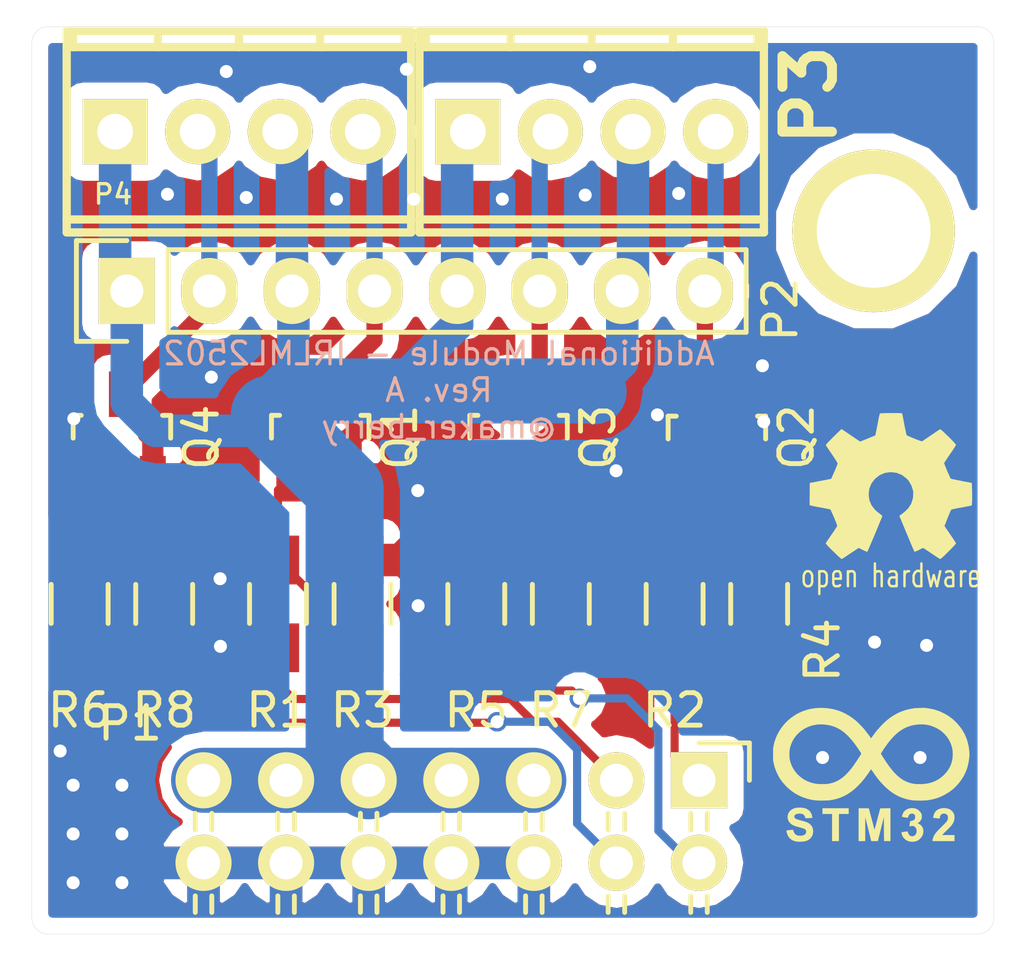
<source format=kicad_pcb>
(kicad_pcb (version 4) (host pcbnew 4.0.1-stable)

  (general
    (links 71)
    (no_connects 0)
    (area 157.175 79.82512 189.000001 119.425001)
    (thickness 1.6)
    (drawings 9)
    (tracks 114)
    (zones 0)
    (modules 46)
    (nets 15)
  )

  (page A4)
  (layers
    (0 F.Cu signal)
    (31 B.Cu signal)
    (32 B.Adhes user)
    (33 F.Adhes user)
    (34 B.Paste user)
    (35 F.Paste user)
    (36 B.SilkS user)
    (37 F.SilkS user)
    (38 B.Mask user)
    (39 F.Mask user)
    (40 Dwgs.User user)
    (41 Cmts.User user)
    (42 Eco1.User user)
    (43 Eco2.User user)
    (44 Edge.Cuts user)
    (45 Margin user)
    (46 B.CrtYd user)
    (47 F.CrtYd user)
    (48 B.Fab user)
    (49 F.Fab user)
  )

  (setup
    (last_trace_width 0.25)
    (user_trace_width 0.5)
    (user_trace_width 1)
    (user_trace_width 2)
    (user_trace_width 2.4)
    (trace_clearance 0.2)
    (zone_clearance 0.5)
    (zone_45_only no)
    (trace_min 0.2)
    (segment_width 0.2)
    (edge_width 0.01)
    (via_size 0.6)
    (via_drill 0.4)
    (via_min_size 0.4)
    (via_min_drill 0.3)
    (uvia_size 0.3)
    (uvia_drill 0.1)
    (uvias_allowed no)
    (uvia_min_size 0.2)
    (uvia_min_drill 0.1)
    (pcb_text_width 0.3)
    (pcb_text_size 1.5 1.5)
    (mod_edge_width 0.15)
    (mod_text_size 1 1)
    (mod_text_width 0.15)
    (pad_size 5 5)
    (pad_drill 3.5)
    (pad_to_mask_clearance 0.2)
    (aux_axis_origin 0 0)
    (visible_elements 7FFFFFFF)
    (pcbplotparams
      (layerselection 0x00030_80000001)
      (usegerberextensions false)
      (excludeedgelayer true)
      (linewidth 0.100000)
      (plotframeref false)
      (viasonmask false)
      (mode 1)
      (useauxorigin false)
      (hpglpennumber 1)
      (hpglpenspeed 20)
      (hpglpendiameter 15)
      (hpglpenoverlay 2)
      (psnegative false)
      (psa4output false)
      (plotreference true)
      (plotvalue true)
      (plotinvisibletext false)
      (padsonsilk false)
      (subtractmaskfromsilk false)
      (outputformat 1)
      (mirror false)
      (drillshape 1)
      (scaleselection 1)
      (outputdirectory ""))
  )

  (net 0 "")
  (net 1 GND)
  (net 2 +12V)
  (net 3 /PWM-ADD2)
  (net 4 /PWM-ADD3)
  (net 5 /PWM-ADD0)
  (net 6 /PWM-ADD1)
  (net 7 /PWM-OUT0)
  (net 8 /PWM-OUT1)
  (net 9 /PWM-OUT2)
  (net 10 /PWM-OUT3)
  (net 11 "Net-(Q1-Pad1)")
  (net 12 "Net-(Q2-Pad1)")
  (net 13 "Net-(Q3-Pad1)")
  (net 14 "Net-(Q4-Pad1)")

  (net_class Default "This is the default net class."
    (clearance 0.2)
    (trace_width 0.25)
    (via_dia 0.6)
    (via_drill 0.4)
    (uvia_dia 0.3)
    (uvia_drill 0.1)
    (add_net +12V)
    (add_net /PWM-ADD0)
    (add_net /PWM-ADD1)
    (add_net /PWM-ADD2)
    (add_net /PWM-ADD3)
    (add_net /PWM-OUT0)
    (add_net /PWM-OUT1)
    (add_net /PWM-OUT2)
    (add_net /PWM-OUT3)
    (add_net GND)
    (add_net "Net-(Q1-Pad1)")
    (add_net "Net-(Q2-Pad1)")
    (add_net "Net-(Q3-Pad1)")
    (add_net "Net-(Q4-Pad1)")
  )

  (module ReST-Library:VIA-0.6mm (layer F.Cu) (tedit 56DC9CBF) (tstamp 56DC9C58)
    (at 164 93.6)
    (fp_text reference "" (at 0 3.5) (layer F.SilkS) hide
      (effects (font (size 1 1) (thickness 0.15)))
    )
    (fp_text value "" (at 0 -3) (layer F.Fab) hide
      (effects (font (size 1 1) (thickness 0.15)))
    )
    (pad 2 thru_hole circle (at 0 0) (size 0.6 0.6) (drill 0.4) (layers *.Cu)
      (net 1 GND) (zone_connect 2))
  )

  (module ReST-Library:VIA-0.6mm (layer F.Cu) (tedit 56DC9CBC) (tstamp 56DC9C4A)
    (at 162.65 87.975)
    (fp_text reference "" (at 0 3.5) (layer F.SilkS) hide
      (effects (font (size 1 1) (thickness 0.15)))
    )
    (fp_text value "" (at 0 -3) (layer F.Fab) hide
      (effects (font (size 1 1) (thickness 0.15)))
    )
    (pad 2 thru_hole circle (at 0 0) (size 0.6 0.6) (drill 0.4) (layers *.Cu)
      (net 1 GND) (zone_connect 2))
  )

  (module ReST-Library:VIA-0.6mm (layer F.Cu) (tedit 56DC9CB9) (tstamp 56DC9C45)
    (at 165.075 88.075)
    (fp_text reference "" (at 0 3.5) (layer F.SilkS) hide
      (effects (font (size 1 1) (thickness 0.15)))
    )
    (fp_text value "" (at 0 -3) (layer F.Fab) hide
      (effects (font (size 1 1) (thickness 0.15)))
    )
    (pad 2 thru_hole circle (at 0 0) (size 0.6 0.6) (drill 0.4) (layers *.Cu)
      (net 1 GND) (zone_connect 2))
  )

  (module ReST-Library:VIA-0.6mm (layer F.Cu) (tedit 56DC9CB5) (tstamp 56DC9C31)
    (at 167.85 88.125)
    (fp_text reference "" (at 0 3.5) (layer F.SilkS) hide
      (effects (font (size 1 1) (thickness 0.15)))
    )
    (fp_text value "" (at 0 -3) (layer F.Fab) hide
      (effects (font (size 1 1) (thickness 0.15)))
    )
    (pad 2 thru_hole circle (at 0 0) (size 0.6 0.6) (drill 0.4) (layers *.Cu)
      (net 1 GND) (zone_connect 2))
  )

  (module ReST-Library:VIA-0.6mm (layer F.Cu) (tedit 56DC9CB7) (tstamp 56DC9C2B)
    (at 170.225 88.125)
    (fp_text reference "" (at 0 3.5) (layer F.SilkS) hide
      (effects (font (size 1 1) (thickness 0.15)))
    )
    (fp_text value "" (at 0 -3) (layer F.Fab) hide
      (effects (font (size 1 1) (thickness 0.15)))
    )
    (pad 2 thru_hole circle (at 0 0) (size 0.6 0.6) (drill 0.4) (layers *.Cu)
      (net 1 GND) (zone_connect 2))
  )

  (module ReST-Library:VIA-0.6mm (layer F.Cu) (tedit 56DC9CAF) (tstamp 56DC9C25)
    (at 172.95 88.125)
    (fp_text reference "" (at 0 3.5) (layer F.SilkS) hide
      (effects (font (size 1 1) (thickness 0.15)))
    )
    (fp_text value "" (at 0 -3) (layer F.Fab) hide
      (effects (font (size 1 1) (thickness 0.15)))
    )
    (pad 2 thru_hole circle (at 0 0) (size 0.6 0.6) (drill 0.4) (layers *.Cu)
      (net 1 GND) (zone_connect 2))
  )

  (module ReST-Library:VIA-0.6mm (layer F.Cu) (tedit 56DC9CAD) (tstamp 56DC9C20)
    (at 175.5 88)
    (fp_text reference "" (at 0 3.5) (layer F.SilkS) hide
      (effects (font (size 1 1) (thickness 0.15)))
    )
    (fp_text value "" (at 0 -3) (layer F.Fab) hide
      (effects (font (size 1 1) (thickness 0.15)))
    )
    (pad 2 thru_hole circle (at 0 0) (size 0.6 0.6) (drill 0.4) (layers *.Cu)
      (net 1 GND) (zone_connect 2))
  )

  (module ReST-Library:VIA-0.6mm (layer F.Cu) (tedit 56DC9CA7) (tstamp 56DC9C1A)
    (at 178.375 87.95)
    (fp_text reference "" (at 0 3.5) (layer F.SilkS) hide
      (effects (font (size 1 1) (thickness 0.15)))
    )
    (fp_text value "" (at 0 -3) (layer F.Fab) hide
      (effects (font (size 1 1) (thickness 0.15)))
    )
    (pad 2 thru_hole circle (at 0 0) (size 0.6 0.6) (drill 0.4) (layers *.Cu)
      (net 1 GND) (zone_connect 2))
  )

  (module ReST-Library:VIA-0.6mm (layer F.Cu) (tedit 56DC9C54) (tstamp 56DB8887)
    (at 161.25 109.15)
    (fp_text reference "" (at 0 3.5) (layer F.SilkS) hide
      (effects (font (size 1 1) (thickness 0.15)))
    )
    (fp_text value "" (at 0 -3) (layer F.Fab) hide
      (effects (font (size 1 1) (thickness 0.15)))
    )
    (pad 2 thru_hole circle (at 0 0) (size 0.6 0.6) (drill 0.4) (layers *.Cu)
      (net 1 GND) (zone_connect 2))
  )

  (module ReST-Library:VIA-0.6mm (layer F.Cu) (tedit 56DC9C5E) (tstamp 56DB8883)
    (at 159.75 109.15)
    (fp_text reference "" (at 0 3.5) (layer F.SilkS) hide
      (effects (font (size 1 1) (thickness 0.15)))
    )
    (fp_text value "" (at 0 -3) (layer F.Fab) hide
      (effects (font (size 1 1) (thickness 0.15)))
    )
    (pad 2 thru_hole circle (at 0 0) (size 0.6 0.6) (drill 0.4) (layers *.Cu)
      (net 1 GND) (zone_connect 2))
  )

  (module ReST-Library:VIA-0.6mm (layer F.Cu) (tedit 56DC9C57) (tstamp 56DB887F)
    (at 161.25 107.65)
    (fp_text reference "" (at 0 3.5) (layer F.SilkS) hide
      (effects (font (size 1 1) (thickness 0.15)))
    )
    (fp_text value "" (at 0 -3) (layer F.Fab) hide
      (effects (font (size 1 1) (thickness 0.15)))
    )
    (pad 2 thru_hole circle (at 0 0) (size 0.6 0.6) (drill 0.4) (layers *.Cu)
      (net 1 GND) (zone_connect 2))
  )

  (module ReST-Library:VIA-0.6mm (layer F.Cu) (tedit 56DC9C59) (tstamp 56DB887B)
    (at 159.75 107.65)
    (fp_text reference "" (at 0 3.5) (layer F.SilkS) hide
      (effects (font (size 1 1) (thickness 0.15)))
    )
    (fp_text value "" (at 0 -3) (layer F.Fab) hide
      (effects (font (size 1 1) (thickness 0.15)))
    )
    (pad 2 thru_hole circle (at 0 0) (size 0.6 0.6) (drill 0.4) (layers *.Cu)
      (net 1 GND) (zone_connect 2))
  )

  (module ReST-Library:VIA-0.6mm (layer F.Cu) (tedit 56DC9C52) (tstamp 56DB8877)
    (at 161.25 106.15)
    (fp_text reference "" (at 0 3.5) (layer F.SilkS) hide
      (effects (font (size 1 1) (thickness 0.15)))
    )
    (fp_text value "" (at 0 -3) (layer F.Fab) hide
      (effects (font (size 1 1) (thickness 0.15)))
    )
    (pad 2 thru_hole circle (at 0 0) (size 0.6 0.6) (drill 0.4) (layers *.Cu)
      (net 1 GND) (zone_connect 2))
  )

  (module ReST-Library:VIA-0.6mm (layer F.Cu) (tedit 56DC9C5C) (tstamp 56DB8827)
    (at 159.75 106.15)
    (fp_text reference "" (at 0 3.5) (layer F.SilkS) hide
      (effects (font (size 1 1) (thickness 0.15)))
    )
    (fp_text value "" (at 0 -3) (layer F.Fab) hide
      (effects (font (size 1 1) (thickness 0.15)))
    )
    (pad 2 thru_hole circle (at 0 0) (size 0.6 0.6) (drill 0.4) (layers *.Cu)
      (net 1 GND) (zone_connect 2))
  )

  (module ReST-Library:VIA-0.6mm (layer F.Cu) (tedit 56DC9BF6) (tstamp 56DB8822)
    (at 186 101.85)
    (fp_text reference "" (at 0 3.5) (layer F.SilkS) hide
      (effects (font (size 1 1) (thickness 0.15)))
    )
    (fp_text value "" (at 0 -3) (layer F.Fab) hide
      (effects (font (size 1 1) (thickness 0.15)))
    )
    (pad 2 thru_hole circle (at 0 0) (size 0.6 0.6) (drill 0.4) (layers *.Cu)
      (net 1 GND) (zone_connect 2))
  )

  (module ReST-Library:VIA-0.6mm (layer F.Cu) (tedit 56DC9BF3) (tstamp 56DB881D)
    (at 184.4 101.75)
    (fp_text reference "" (at 0 3.5) (layer F.SilkS) hide
      (effects (font (size 1 1) (thickness 0.15)))
    )
    (fp_text value "" (at 0 -3) (layer F.Fab) hide
      (effects (font (size 1 1) (thickness 0.15)))
    )
    (pad 2 thru_hole circle (at 0 0) (size 0.6 0.6) (drill 0.4) (layers *.Cu)
      (net 1 GND) (zone_connect 2))
  )

  (module ReST-Library:VIA-0.6mm (layer F.Cu) (tedit 56DC9C90) (tstamp 56DADAA2)
    (at 175.64 84.05)
    (fp_text reference "" (at 0 3.5) (layer F.SilkS) hide
      (effects (font (size 1 1) (thickness 0.15)))
    )
    (fp_text value "" (at 0 -3) (layer F.Fab) hide
      (effects (font (size 1 1) (thickness 0.15)))
    )
    (pad 2 thru_hole circle (at 0 0) (size 0.6 0.6) (drill 0.4) (layers *.Cu)
      (net 1 GND) (zone_connect 2))
  )

  (module ReST-Library:VIA-0.6mm (layer F.Cu) (tedit 56DC9C92) (tstamp 56DADA9D)
    (at 170 84.13)
    (fp_text reference "" (at 0 3.5) (layer F.SilkS) hide
      (effects (font (size 1 1) (thickness 0.15)))
    )
    (fp_text value "" (at 0 -3) (layer F.Fab) hide
      (effects (font (size 1 1) (thickness 0.15)))
    )
    (pad 2 thru_hole circle (at 0 0) (size 0.6 0.6) (drill 0.4) (layers *.Cu)
      (net 1 GND) (zone_connect 2))
  )

  (module ReST-Library:VIA-0.6mm (layer F.Cu) (tedit 56DC9C95) (tstamp 56DADA98)
    (at 164.46 84.2)
    (fp_text reference "" (at 0 3.5) (layer F.SilkS) hide
      (effects (font (size 1 1) (thickness 0.15)))
    )
    (fp_text value "" (at 0 -3) (layer F.Fab) hide
      (effects (font (size 1 1) (thickness 0.15)))
    )
    (pad 2 thru_hole circle (at 0 0) (size 0.6 0.6) (drill 0.4) (layers *.Cu)
      (net 1 GND) (zone_connect 2))
  )

  (module ReST-Library:VIA-0.6mm (layer F.Cu) (tedit 56DC9BEE) (tstamp 56DADA93)
    (at 182.8 105.3)
    (fp_text reference "" (at 0 3.5) (layer F.SilkS) hide
      (effects (font (size 1 1) (thickness 0.15)))
    )
    (fp_text value "" (at 0 -3) (layer F.Fab) hide
      (effects (font (size 1 1) (thickness 0.15)))
    )
    (pad 2 thru_hole circle (at 0 0) (size 0.6 0.6) (drill 0.4) (layers *.Cu)
      (net 1 GND) (zone_connect 2))
  )

  (module ReST-Library:VIA-0.6mm (layer F.Cu) (tedit 56DC9BF1) (tstamp 56DADA8E)
    (at 185.8 105.3)
    (fp_text reference "" (at 0 3.5) (layer F.SilkS) hide
      (effects (font (size 1 1) (thickness 0.15)))
    )
    (fp_text value "" (at 0 -3) (layer F.Fab) hide
      (effects (font (size 1 1) (thickness 0.15)))
    )
    (pad 2 thru_hole circle (at 0 0) (size 0.6 0.6) (drill 0.4) (layers *.Cu)
      (net 1 GND) (zone_connect 2))
  )

  (module ReST-Library:VIA-0.6mm (layer F.Cu) (tedit 56DC9CC1) (tstamp 56DADA89)
    (at 159.77 94.88)
    (fp_text reference "" (at 0 3.5) (layer F.SilkS) hide
      (effects (font (size 1 1) (thickness 0.15)))
    )
    (fp_text value "" (at 0 -3) (layer F.Fab) hide
      (effects (font (size 1 1) (thickness 0.15)))
    )
    (pad 2 thru_hole circle (at 0 0) (size 0.6 0.6) (drill 0.4) (layers *.Cu)
      (net 1 GND) (zone_connect 2))
  )

  (module ReST-Library:VIA-0.6mm (layer F.Cu) (tedit 56DC9C4D) (tstamp 56DADA84)
    (at 164.28 101.88)
    (fp_text reference "" (at 0 3.5) (layer F.SilkS) hide
      (effects (font (size 1 1) (thickness 0.15)))
    )
    (fp_text value "" (at 0 -3) (layer F.Fab) hide
      (effects (font (size 1 1) (thickness 0.15)))
    )
    (pad 2 thru_hole circle (at 0 0) (size 0.6 0.6) (drill 0.4) (layers *.Cu)
      (net 1 GND) (zone_connect 2))
  )

  (module ReST-Library:VIA-0.6mm (layer F.Cu) (tedit 56DC9C29) (tstamp 56DADA7F)
    (at 170.36 100.63)
    (fp_text reference "" (at 0 3.5) (layer F.SilkS) hide
      (effects (font (size 1 1) (thickness 0.15)))
    )
    (fp_text value "" (at 0 -3) (layer F.Fab) hide
      (effects (font (size 1 1) (thickness 0.15)))
    )
    (pad 2 thru_hole circle (at 0 0) (size 0.6 0.6) (drill 0.4) (layers *.Cu)
      (net 1 GND) (zone_connect 2))
  )

  (module ReST-Library:VIA-0.6mm (layer F.Cu) (tedit 56DC9CAB) (tstamp 56DADA75)
    (at 177.72 94.76)
    (fp_text reference "" (at 0 3.5) (layer F.SilkS) hide
      (effects (font (size 1 1) (thickness 0.15)))
    )
    (fp_text value "" (at 0 -3) (layer F.Fab) hide
      (effects (font (size 1 1) (thickness 0.15)))
    )
    (pad 2 thru_hole circle (at 0 0) (size 0.6 0.6) (drill 0.4) (layers *.Cu)
      (net 1 GND) (zone_connect 2))
  )

  (module ReST-Library:VIA-0.6mm (layer F.Cu) (tedit 56DC9C6F) (tstamp 56DADA6B)
    (at 180.95 93.25)
    (fp_text reference "" (at 0 3.5) (layer F.SilkS) hide
      (effects (font (size 1 1) (thickness 0.15)))
    )
    (fp_text value "" (at 0 -3) (layer F.Fab) hide
      (effects (font (size 1 1) (thickness 0.15)))
    )
    (pad 2 thru_hole circle (at 0 0) (size 0.6 0.6) (drill 0.4) (layers *.Cu)
      (net 1 GND) (zone_connect 2))
  )

  (module 2:mpt_0,5%2f4-2,54 (layer F.Cu) (tedit 56DCA18C) (tstamp 56DAC4D0)
    (at 175.7 86.05 180)
    (descr "4-way 2.54mm pitch terminal block, Phoenix MPT series")
    (path /56DAF7C3)
    (fp_text reference P3 (at -6.7 1.125 270) (layer F.SilkS)
      (effects (font (thickness 0.3048)))
    )
    (fp_text value "" (at 0 4.50088 180) (layer F.SilkS) hide
      (effects (font (thickness 0.3048)))
    )
    (fp_line (start 5.30098 -3.0988) (end -5.30098 -3.0988) (layer F.SilkS) (width 0.254))
    (fp_line (start -5.30098 -2.70002) (end 5.30098 -2.70002) (layer F.SilkS) (width 0.254))
    (fp_line (start -5.30098 2.60096) (end 5.30098 2.60096) (layer F.SilkS) (width 0.254))
    (fp_line (start 5.30098 3.0988) (end -5.30098 3.0988) (layer F.SilkS) (width 0.254))
    (fp_line (start 2.49682 2.60096) (end 2.49682 3.0988) (layer F.SilkS) (width 0.254))
    (fp_line (start 0 2.60096) (end 0 3.0988) (layer F.SilkS) (width 0.254))
    (fp_line (start -5.09778 3.0988) (end -5.09778 2.60096) (layer F.SilkS) (width 0.254))
    (fp_line (start 5.10032 2.60096) (end 5.10032 3.0988) (layer F.SilkS) (width 0.254))
    (fp_line (start -2.49682 3.0988) (end -2.49682 2.60096) (layer F.SilkS) (width 0.254))
    (fp_line (start 5.29844 3.0988) (end 5.29844 -3.0988) (layer F.SilkS) (width 0.254))
    (fp_line (start -5.2959 -3.0988) (end -5.2959 3.0988) (layer F.SilkS) (width 0.254))
    (pad 4 thru_hole oval (at -3.81 0 180) (size 1.99898 1.99898) (drill 1.09728) (layers *.Cu *.Mask F.SilkS)
      (net 8 /PWM-OUT1))
    (pad 1 thru_hole rect (at 3.81 0 180) (size 1.99898 1.99898) (drill 1.09728) (layers *.Cu *.Mask F.SilkS)
      (net 2 +12V))
    (pad 2 thru_hole oval (at 1.27 0 180) (size 1.99898 1.99898) (drill 1.09728) (layers *.Cu *.Mask F.SilkS)
      (net 9 /PWM-OUT2))
    (pad 3 thru_hole oval (at -1.27 0 180) (size 1.99898 1.99898) (drill 1.09728) (layers *.Cu *.Mask F.SilkS)
      (net 2 +12V))
    (model walter/conn_mpt/mpt_0,5-4-2,54.wrl
      (at (xyz 0 0 0))
      (scale (xyz 1 1 1))
      (rotate (xyz 0 0 0))
    )
  )

  (module 2:mpt_0,5%2f4-2,54 (layer F.Cu) (tedit 56DCA19B) (tstamp 56DAC4E3)
    (at 164.85 86.05 180)
    (descr "4-way 2.54mm pitch terminal block, Phoenix MPT series")
    (path /56DAF75A)
    (fp_text reference P4 (at 3.875 -1.925 180) (layer F.SilkS)
      (effects (font (size 0.6 0.6) (thickness 0.1)))
    )
    (fp_text value "" (at 0 4.50088 180) (layer F.SilkS) hide
      (effects (font (thickness 0.3048)))
    )
    (fp_line (start 5.30098 -3.0988) (end -5.30098 -3.0988) (layer F.SilkS) (width 0.254))
    (fp_line (start -5.30098 -2.70002) (end 5.30098 -2.70002) (layer F.SilkS) (width 0.254))
    (fp_line (start -5.30098 2.60096) (end 5.30098 2.60096) (layer F.SilkS) (width 0.254))
    (fp_line (start 5.30098 3.0988) (end -5.30098 3.0988) (layer F.SilkS) (width 0.254))
    (fp_line (start 2.49682 2.60096) (end 2.49682 3.0988) (layer F.SilkS) (width 0.254))
    (fp_line (start 0 2.60096) (end 0 3.0988) (layer F.SilkS) (width 0.254))
    (fp_line (start -5.09778 3.0988) (end -5.09778 2.60096) (layer F.SilkS) (width 0.254))
    (fp_line (start 5.10032 2.60096) (end 5.10032 3.0988) (layer F.SilkS) (width 0.254))
    (fp_line (start -2.49682 3.0988) (end -2.49682 2.60096) (layer F.SilkS) (width 0.254))
    (fp_line (start 5.29844 3.0988) (end 5.29844 -3.0988) (layer F.SilkS) (width 0.254))
    (fp_line (start -5.2959 -3.0988) (end -5.2959 3.0988) (layer F.SilkS) (width 0.254))
    (pad 4 thru_hole oval (at -3.81 0 180) (size 1.99898 1.99898) (drill 1.09728) (layers *.Cu *.Mask F.SilkS)
      (net 7 /PWM-OUT0))
    (pad 1 thru_hole rect (at 3.81 0 180) (size 1.99898 1.99898) (drill 1.09728) (layers *.Cu *.Mask F.SilkS)
      (net 2 +12V))
    (pad 2 thru_hole oval (at 1.27 0 180) (size 1.99898 1.99898) (drill 1.09728) (layers *.Cu *.Mask F.SilkS)
      (net 10 /PWM-OUT3))
    (pad 3 thru_hole oval (at -1.27 0 180) (size 1.99898 1.99898) (drill 1.09728) (layers *.Cu *.Mask F.SilkS)
      (net 2 +12V))
    (model walter/conn_mpt/mpt_0,5-4-2,54.wrl
      (at (xyz 0 0 0))
      (scale (xyz 1 1 1))
      (rotate (xyz 0 0 0))
    )
  )

  (module ReST-Library:SOT-23 (layer F.Cu) (tedit 56DCA26D) (tstamp 56DAC4F3)
    (at 167.35 95.425)
    (descr "SOT-23, Standard")
    (tags SOT-23)
    (path /56DAB26A)
    (attr smd)
    (fp_text reference Q1 (at 2.45 0.025 90) (layer F.SilkS)
      (effects (font (size 1 1) (thickness 0.15)))
    )
    (fp_text value "" (at 0 2.3) (layer F.Fab)
      (effects (font (size 1 1) (thickness 0.15)))
    )
    (fp_line (start -1.65 -1.6) (end 1.65 -1.6) (layer F.CrtYd) (width 0.05))
    (fp_line (start 1.65 -1.6) (end 1.65 1.6) (layer F.CrtYd) (width 0.05))
    (fp_line (start 1.65 1.6) (end -1.65 1.6) (layer F.CrtYd) (width 0.05))
    (fp_line (start -1.65 1.6) (end -1.65 -1.6) (layer F.CrtYd) (width 0.05))
    (fp_line (start 1.29916 -0.65024) (end 1.2509 -0.65024) (layer F.SilkS) (width 0.15))
    (fp_line (start -1.49982 0.0508) (end -1.49982 -0.65024) (layer F.SilkS) (width 0.15))
    (fp_line (start -1.49982 -0.65024) (end -1.2509 -0.65024) (layer F.SilkS) (width 0.15))
    (fp_line (start 1.29916 -0.65024) (end 1.49982 -0.65024) (layer F.SilkS) (width 0.15))
    (fp_line (start 1.49982 -0.65024) (end 1.49982 0.0508) (layer F.SilkS) (width 0.15))
    (pad 1 smd rect (at -0.95 1.3) (size 0.8001 1.4) (layers F.Cu F.Paste F.Mask)
      (net 11 "Net-(Q1-Pad1)"))
    (pad 2 smd rect (at 0.95 1.3) (size 0.8001 1.4) (layers F.Cu F.Paste F.Mask)
      (net 1 GND))
    (pad 3 smd rect (at 0 -1.3) (size 0.8001 1.4) (layers F.Cu F.Paste F.Mask)
      (net 7 /PWM-OUT0))
    (model TO_SOT_Packages_SMD.3dshapes/SOT-23.wrl
      (at (xyz 0 0 0))
      (scale (xyz 1 1 1))
      (rotate (xyz 0 0 0))
    )
  )

  (module ReST-Library:SOT-23 (layer F.Cu) (tedit 56DCA2A0) (tstamp 56DAC503)
    (at 179.55 95.45)
    (descr "SOT-23, Standard")
    (tags SOT-23)
    (path /56DACEB5)
    (attr smd)
    (fp_text reference Q2 (at 2.45 0 90) (layer F.SilkS)
      (effects (font (size 1 1) (thickness 0.15)))
    )
    (fp_text value "" (at 0 2.3) (layer F.Fab)
      (effects (font (size 1 1) (thickness 0.15)))
    )
    (fp_line (start -1.65 -1.6) (end 1.65 -1.6) (layer F.CrtYd) (width 0.05))
    (fp_line (start 1.65 -1.6) (end 1.65 1.6) (layer F.CrtYd) (width 0.05))
    (fp_line (start 1.65 1.6) (end -1.65 1.6) (layer F.CrtYd) (width 0.05))
    (fp_line (start -1.65 1.6) (end -1.65 -1.6) (layer F.CrtYd) (width 0.05))
    (fp_line (start 1.29916 -0.65024) (end 1.2509 -0.65024) (layer F.SilkS) (width 0.15))
    (fp_line (start -1.49982 0.0508) (end -1.49982 -0.65024) (layer F.SilkS) (width 0.15))
    (fp_line (start -1.49982 -0.65024) (end -1.2509 -0.65024) (layer F.SilkS) (width 0.15))
    (fp_line (start 1.29916 -0.65024) (end 1.49982 -0.65024) (layer F.SilkS) (width 0.15))
    (fp_line (start 1.49982 -0.65024) (end 1.49982 0.0508) (layer F.SilkS) (width 0.15))
    (pad 1 smd rect (at -0.95 1.3) (size 0.8001 1.4) (layers F.Cu F.Paste F.Mask)
      (net 12 "Net-(Q2-Pad1)"))
    (pad 2 smd rect (at 0.95 1.3) (size 0.8001 1.4) (layers F.Cu F.Paste F.Mask)
      (net 1 GND))
    (pad 3 smd rect (at 0 -1.3) (size 0.8001 1.4) (layers F.Cu F.Paste F.Mask)
      (net 8 /PWM-OUT1))
    (model TO_SOT_Packages_SMD.3dshapes/SOT-23.wrl
      (at (xyz 0 0 0))
      (scale (xyz 1 1 1))
      (rotate (xyz 0 0 0))
    )
  )

  (module ReST-Library:SOT-23 (layer F.Cu) (tedit 56DCA296) (tstamp 56DAC513)
    (at 173.45 95.425)
    (descr "SOT-23, Standard")
    (tags SOT-23)
    (path /56DACFEE)
    (attr smd)
    (fp_text reference Q3 (at 2.45 0.025 90) (layer F.SilkS)
      (effects (font (size 1 1) (thickness 0.15)))
    )
    (fp_text value "" (at 0 2.3) (layer F.Fab)
      (effects (font (size 1 1) (thickness 0.15)))
    )
    (fp_line (start -1.65 -1.6) (end 1.65 -1.6) (layer F.CrtYd) (width 0.05))
    (fp_line (start 1.65 -1.6) (end 1.65 1.6) (layer F.CrtYd) (width 0.05))
    (fp_line (start 1.65 1.6) (end -1.65 1.6) (layer F.CrtYd) (width 0.05))
    (fp_line (start -1.65 1.6) (end -1.65 -1.6) (layer F.CrtYd) (width 0.05))
    (fp_line (start 1.29916 -0.65024) (end 1.2509 -0.65024) (layer F.SilkS) (width 0.15))
    (fp_line (start -1.49982 0.0508) (end -1.49982 -0.65024) (layer F.SilkS) (width 0.15))
    (fp_line (start -1.49982 -0.65024) (end -1.2509 -0.65024) (layer F.SilkS) (width 0.15))
    (fp_line (start 1.29916 -0.65024) (end 1.49982 -0.65024) (layer F.SilkS) (width 0.15))
    (fp_line (start 1.49982 -0.65024) (end 1.49982 0.0508) (layer F.SilkS) (width 0.15))
    (pad 1 smd rect (at -0.95 1.3) (size 0.8001 1.4) (layers F.Cu F.Paste F.Mask)
      (net 13 "Net-(Q3-Pad1)"))
    (pad 2 smd rect (at 0.95 1.3) (size 0.8001 1.4) (layers F.Cu F.Paste F.Mask)
      (net 1 GND))
    (pad 3 smd rect (at 0 -1.3) (size 0.8001 1.4) (layers F.Cu F.Paste F.Mask)
      (net 9 /PWM-OUT2))
    (model TO_SOT_Packages_SMD.3dshapes/SOT-23.wrl
      (at (xyz 0 0 0))
      (scale (xyz 1 1 1))
      (rotate (xyz 0 0 0))
    )
  )

  (module ReST-Library:SOT-23 (layer F.Cu) (tedit 56DCA25F) (tstamp 56DAC523)
    (at 161.25 95.425)
    (descr "SOT-23, Standard")
    (tags SOT-23)
    (path /56DAD011)
    (attr smd)
    (fp_text reference Q4 (at 2.45 0.025 90) (layer F.SilkS)
      (effects (font (size 1 1) (thickness 0.15)))
    )
    (fp_text value "" (at 0 2.3) (layer F.Fab)
      (effects (font (size 1 1) (thickness 0.15)))
    )
    (fp_line (start -1.65 -1.6) (end 1.65 -1.6) (layer F.CrtYd) (width 0.05))
    (fp_line (start 1.65 -1.6) (end 1.65 1.6) (layer F.CrtYd) (width 0.05))
    (fp_line (start 1.65 1.6) (end -1.65 1.6) (layer F.CrtYd) (width 0.05))
    (fp_line (start -1.65 1.6) (end -1.65 -1.6) (layer F.CrtYd) (width 0.05))
    (fp_line (start 1.29916 -0.65024) (end 1.2509 -0.65024) (layer F.SilkS) (width 0.15))
    (fp_line (start -1.49982 0.0508) (end -1.49982 -0.65024) (layer F.SilkS) (width 0.15))
    (fp_line (start -1.49982 -0.65024) (end -1.2509 -0.65024) (layer F.SilkS) (width 0.15))
    (fp_line (start 1.29916 -0.65024) (end 1.49982 -0.65024) (layer F.SilkS) (width 0.15))
    (fp_line (start 1.49982 -0.65024) (end 1.49982 0.0508) (layer F.SilkS) (width 0.15))
    (pad 1 smd rect (at -0.95 1.3) (size 0.8001 1.4) (layers F.Cu F.Paste F.Mask)
      (net 14 "Net-(Q4-Pad1)"))
    (pad 2 smd rect (at 0.95 1.3) (size 0.8001 1.4) (layers F.Cu F.Paste F.Mask)
      (net 1 GND))
    (pad 3 smd rect (at 0 -1.3) (size 0.8001 1.4) (layers F.Cu F.Paste F.Mask)
      (net 10 /PWM-OUT3))
    (model TO_SOT_Packages_SMD.3dshapes/SOT-23.wrl
      (at (xyz 0 0 0))
      (scale (xyz 1 1 1))
      (rotate (xyz 0 0 0))
    )
  )

  (module Resistors_SMD:R_0805_HandSoldering (layer F.Cu) (tedit 56DCA23F) (tstamp 56DAC52F)
    (at 166.05 100.575 90)
    (descr "Resistor SMD 0805, hand soldering")
    (tags "resistor 0805")
    (path /56DAC4A1)
    (attr smd)
    (fp_text reference R1 (at -3.275 0 180) (layer F.SilkS)
      (effects (font (size 1 1) (thickness 0.15)))
    )
    (fp_text value "" (at 0 2.1 90) (layer F.Fab)
      (effects (font (size 1 1) (thickness 0.15)))
    )
    (fp_line (start -2.4 -1) (end 2.4 -1) (layer F.CrtYd) (width 0.05))
    (fp_line (start -2.4 1) (end 2.4 1) (layer F.CrtYd) (width 0.05))
    (fp_line (start -2.4 -1) (end -2.4 1) (layer F.CrtYd) (width 0.05))
    (fp_line (start 2.4 -1) (end 2.4 1) (layer F.CrtYd) (width 0.05))
    (fp_line (start 0.6 0.875) (end -0.6 0.875) (layer F.SilkS) (width 0.15))
    (fp_line (start -0.6 -0.875) (end 0.6 -0.875) (layer F.SilkS) (width 0.15))
    (pad 1 smd rect (at -1.35 0 90) (size 1.5 1.3) (layers F.Cu F.Paste F.Mask)
      (net 3 /PWM-ADD2))
    (pad 2 smd rect (at 1.35 0 90) (size 1.5 1.3) (layers F.Cu F.Paste F.Mask)
      (net 11 "Net-(Q1-Pad1)"))
    (model Resistors_SMD.3dshapes/R_0805_HandSoldering.wrl
      (at (xyz 0 0 0))
      (scale (xyz 1 1 1))
      (rotate (xyz 0 0 0))
    )
  )

  (module Resistors_SMD:R_0805_HandSoldering (layer F.Cu) (tedit 56DCA22C) (tstamp 56DAC53B)
    (at 178.25 100.575 90)
    (descr "Resistor SMD 0805, hand soldering")
    (tags "resistor 0805")
    (path /56DACEC3)
    (attr smd)
    (fp_text reference R2 (at -3.275 0 180) (layer F.SilkS)
      (effects (font (size 1 1) (thickness 0.15)))
    )
    (fp_text value "" (at 0 2.1 90) (layer F.Fab)
      (effects (font (size 1 1) (thickness 0.15)))
    )
    (fp_line (start -2.4 -1) (end 2.4 -1) (layer F.CrtYd) (width 0.05))
    (fp_line (start -2.4 1) (end 2.4 1) (layer F.CrtYd) (width 0.05))
    (fp_line (start -2.4 -1) (end -2.4 1) (layer F.CrtYd) (width 0.05))
    (fp_line (start 2.4 -1) (end 2.4 1) (layer F.CrtYd) (width 0.05))
    (fp_line (start 0.6 0.875) (end -0.6 0.875) (layer F.SilkS) (width 0.15))
    (fp_line (start -0.6 -0.875) (end 0.6 -0.875) (layer F.SilkS) (width 0.15))
    (pad 1 smd rect (at -1.35 0 90) (size 1.5 1.3) (layers F.Cu F.Paste F.Mask)
      (net 5 /PWM-ADD0))
    (pad 2 smd rect (at 1.35 0 90) (size 1.5 1.3) (layers F.Cu F.Paste F.Mask)
      (net 12 "Net-(Q2-Pad1)"))
    (model Resistors_SMD.3dshapes/R_0805_HandSoldering.wrl
      (at (xyz 0 0 0))
      (scale (xyz 1 1 1))
      (rotate (xyz 0 0 0))
    )
  )

  (module Resistors_SMD:R_0805_HandSoldering (layer F.Cu) (tedit 56DCA235) (tstamp 56DAC547)
    (at 168.65 100.575 90)
    (descr "Resistor SMD 0805, hand soldering")
    (tags "resistor 0805")
    (path /56DABD73)
    (attr smd)
    (fp_text reference R3 (at -3.275 0 180) (layer F.SilkS)
      (effects (font (size 1 1) (thickness 0.15)))
    )
    (fp_text value "" (at 0 2.1 90) (layer F.Fab)
      (effects (font (size 1 1) (thickness 0.15)))
    )
    (fp_line (start -2.4 -1) (end 2.4 -1) (layer F.CrtYd) (width 0.05))
    (fp_line (start -2.4 1) (end 2.4 1) (layer F.CrtYd) (width 0.05))
    (fp_line (start -2.4 -1) (end -2.4 1) (layer F.CrtYd) (width 0.05))
    (fp_line (start 2.4 -1) (end 2.4 1) (layer F.CrtYd) (width 0.05))
    (fp_line (start 0.6 0.875) (end -0.6 0.875) (layer F.SilkS) (width 0.15))
    (fp_line (start -0.6 -0.875) (end 0.6 -0.875) (layer F.SilkS) (width 0.15))
    (pad 1 smd rect (at -1.35 0 90) (size 1.5 1.3) (layers F.Cu F.Paste F.Mask)
      (net 11 "Net-(Q1-Pad1)"))
    (pad 2 smd rect (at 1.35 0 90) (size 1.5 1.3) (layers F.Cu F.Paste F.Mask)
      (net 1 GND))
    (model Resistors_SMD.3dshapes/R_0805_HandSoldering.wrl
      (at (xyz 0 0 0))
      (scale (xyz 1 1 1))
      (rotate (xyz 0 0 0))
    )
  )

  (module Resistors_SMD:R_0805_HandSoldering (layer F.Cu) (tedit 56DCA201) (tstamp 56DAC553)
    (at 180.85 100.575 90)
    (descr "Resistor SMD 0805, hand soldering")
    (tags "resistor 0805")
    (path /56DACEBB)
    (attr smd)
    (fp_text reference R4 (at -1.425 1.95 270) (layer F.SilkS)
      (effects (font (size 1 1) (thickness 0.15)))
    )
    (fp_text value "" (at 0 2.1 90) (layer F.Fab)
      (effects (font (size 1 1) (thickness 0.15)))
    )
    (fp_line (start -2.4 -1) (end 2.4 -1) (layer F.CrtYd) (width 0.05))
    (fp_line (start -2.4 1) (end 2.4 1) (layer F.CrtYd) (width 0.05))
    (fp_line (start -2.4 -1) (end -2.4 1) (layer F.CrtYd) (width 0.05))
    (fp_line (start 2.4 -1) (end 2.4 1) (layer F.CrtYd) (width 0.05))
    (fp_line (start 0.6 0.875) (end -0.6 0.875) (layer F.SilkS) (width 0.15))
    (fp_line (start -0.6 -0.875) (end 0.6 -0.875) (layer F.SilkS) (width 0.15))
    (pad 1 smd rect (at -1.35 0 90) (size 1.5 1.3) (layers F.Cu F.Paste F.Mask)
      (net 12 "Net-(Q2-Pad1)"))
    (pad 2 smd rect (at 1.35 0 90) (size 1.5 1.3) (layers F.Cu F.Paste F.Mask)
      (net 1 GND))
    (model Resistors_SMD.3dshapes/R_0805_HandSoldering.wrl
      (at (xyz 0 0 0))
      (scale (xyz 1 1 1))
      (rotate (xyz 0 0 0))
    )
  )

  (module Resistors_SMD:R_0805_HandSoldering (layer F.Cu) (tedit 56DCA21F) (tstamp 56DAC55F)
    (at 172.15 100.575 90)
    (descr "Resistor SMD 0805, hand soldering")
    (tags "resistor 0805")
    (path /56DACFFC)
    (attr smd)
    (fp_text reference R5 (at -3.275 0 180) (layer F.SilkS)
      (effects (font (size 1 1) (thickness 0.15)))
    )
    (fp_text value "" (at 0 2.1 90) (layer F.Fab)
      (effects (font (size 1 1) (thickness 0.15)))
    )
    (fp_line (start -2.4 -1) (end 2.4 -1) (layer F.CrtYd) (width 0.05))
    (fp_line (start -2.4 1) (end 2.4 1) (layer F.CrtYd) (width 0.05))
    (fp_line (start -2.4 -1) (end -2.4 1) (layer F.CrtYd) (width 0.05))
    (fp_line (start 2.4 -1) (end 2.4 1) (layer F.CrtYd) (width 0.05))
    (fp_line (start 0.6 0.875) (end -0.6 0.875) (layer F.SilkS) (width 0.15))
    (fp_line (start -0.6 -0.875) (end 0.6 -0.875) (layer F.SilkS) (width 0.15))
    (pad 1 smd rect (at -1.35 0 90) (size 1.5 1.3) (layers F.Cu F.Paste F.Mask)
      (net 6 /PWM-ADD1))
    (pad 2 smd rect (at 1.35 0 90) (size 1.5 1.3) (layers F.Cu F.Paste F.Mask)
      (net 13 "Net-(Q3-Pad1)"))
    (model Resistors_SMD.3dshapes/R_0805_HandSoldering.wrl
      (at (xyz 0 0 0))
      (scale (xyz 1 1 1))
      (rotate (xyz 0 0 0))
    )
  )

  (module Resistors_SMD:R_0805_HandSoldering (layer F.Cu) (tedit 56DCA24A) (tstamp 56DAC56B)
    (at 159.95 100.575 90)
    (descr "Resistor SMD 0805, hand soldering")
    (tags "resistor 0805")
    (path /56DAD01F)
    (attr smd)
    (fp_text reference R6 (at -3.275 0 180) (layer F.SilkS)
      (effects (font (size 1 1) (thickness 0.15)))
    )
    (fp_text value "" (at 0 2.1 90) (layer F.Fab)
      (effects (font (size 1 1) (thickness 0.15)))
    )
    (fp_line (start -2.4 -1) (end 2.4 -1) (layer F.CrtYd) (width 0.05))
    (fp_line (start -2.4 1) (end 2.4 1) (layer F.CrtYd) (width 0.05))
    (fp_line (start -2.4 -1) (end -2.4 1) (layer F.CrtYd) (width 0.05))
    (fp_line (start 2.4 -1) (end 2.4 1) (layer F.CrtYd) (width 0.05))
    (fp_line (start 0.6 0.875) (end -0.6 0.875) (layer F.SilkS) (width 0.15))
    (fp_line (start -0.6 -0.875) (end 0.6 -0.875) (layer F.SilkS) (width 0.15))
    (pad 1 smd rect (at -1.35 0 90) (size 1.5 1.3) (layers F.Cu F.Paste F.Mask)
      (net 4 /PWM-ADD3))
    (pad 2 smd rect (at 1.35 0 90) (size 1.5 1.3) (layers F.Cu F.Paste F.Mask)
      (net 14 "Net-(Q4-Pad1)"))
    (model Resistors_SMD.3dshapes/R_0805_HandSoldering.wrl
      (at (xyz 0 0 0))
      (scale (xyz 1 1 1))
      (rotate (xyz 0 0 0))
    )
  )

  (module Resistors_SMD:R_0805_HandSoldering (layer F.Cu) (tedit 56DCA225) (tstamp 56DAC577)
    (at 174.75 100.575 90)
    (descr "Resistor SMD 0805, hand soldering")
    (tags "resistor 0805")
    (path /56DACFF4)
    (attr smd)
    (fp_text reference R7 (at -3.275 0 180) (layer F.SilkS)
      (effects (font (size 1 1) (thickness 0.15)))
    )
    (fp_text value "" (at 0 2.1 90) (layer F.Fab)
      (effects (font (size 1 1) (thickness 0.15)))
    )
    (fp_line (start -2.4 -1) (end 2.4 -1) (layer F.CrtYd) (width 0.05))
    (fp_line (start -2.4 1) (end 2.4 1) (layer F.CrtYd) (width 0.05))
    (fp_line (start -2.4 -1) (end -2.4 1) (layer F.CrtYd) (width 0.05))
    (fp_line (start 2.4 -1) (end 2.4 1) (layer F.CrtYd) (width 0.05))
    (fp_line (start 0.6 0.875) (end -0.6 0.875) (layer F.SilkS) (width 0.15))
    (fp_line (start -0.6 -0.875) (end 0.6 -0.875) (layer F.SilkS) (width 0.15))
    (pad 1 smd rect (at -1.35 0 90) (size 1.5 1.3) (layers F.Cu F.Paste F.Mask)
      (net 13 "Net-(Q3-Pad1)"))
    (pad 2 smd rect (at 1.35 0 90) (size 1.5 1.3) (layers F.Cu F.Paste F.Mask)
      (net 1 GND))
    (model Resistors_SMD.3dshapes/R_0805_HandSoldering.wrl
      (at (xyz 0 0 0))
      (scale (xyz 1 1 1))
      (rotate (xyz 0 0 0))
    )
  )

  (module Resistors_SMD:R_0805_HandSoldering (layer F.Cu) (tedit 56DCA246) (tstamp 56DAC583)
    (at 162.55 100.575 90)
    (descr "Resistor SMD 0805, hand soldering")
    (tags "resistor 0805")
    (path /56DAD017)
    (attr smd)
    (fp_text reference R8 (at -3.275 0 180) (layer F.SilkS)
      (effects (font (size 1 1) (thickness 0.15)))
    )
    (fp_text value "" (at 0 2.1 90) (layer F.Fab)
      (effects (font (size 1 1) (thickness 0.15)))
    )
    (fp_line (start -2.4 -1) (end 2.4 -1) (layer F.CrtYd) (width 0.05))
    (fp_line (start -2.4 1) (end 2.4 1) (layer F.CrtYd) (width 0.05))
    (fp_line (start -2.4 -1) (end -2.4 1) (layer F.CrtYd) (width 0.05))
    (fp_line (start 2.4 -1) (end 2.4 1) (layer F.CrtYd) (width 0.05))
    (fp_line (start 0.6 0.875) (end -0.6 0.875) (layer F.SilkS) (width 0.15))
    (fp_line (start -0.6 -0.875) (end 0.6 -0.875) (layer F.SilkS) (width 0.15))
    (pad 1 smd rect (at -1.35 0 90) (size 1.5 1.3) (layers F.Cu F.Paste F.Mask)
      (net 14 "Net-(Q4-Pad1)"))
    (pad 2 smd rect (at 1.35 0 90) (size 1.5 1.3) (layers F.Cu F.Paste F.Mask)
      (net 1 GND))
    (model Resistors_SMD.3dshapes/R_0805_HandSoldering.wrl
      (at (xyz 0 0 0))
      (scale (xyz 1 1 1))
      (rotate (xyz 0 0 0))
    )
  )

  (module Pin_Headers:Pin_Header_Straight_1x08 (layer F.Cu) (tedit 56DCA186) (tstamp 56DAC6A2)
    (at 161.4 90.95 90)
    (descr "Through hole pin header")
    (tags "pin header")
    (path /56DAB1DA)
    (fp_text reference P2 (at -0.575 20.1 90) (layer F.SilkS)
      (effects (font (size 1 1) (thickness 0.15)))
    )
    (fp_text value "" (at 0 -3.1 90) (layer F.Fab)
      (effects (font (size 1 1) (thickness 0.15)))
    )
    (fp_line (start -1.75 -1.75) (end -1.75 19.55) (layer F.CrtYd) (width 0.05))
    (fp_line (start 1.75 -1.75) (end 1.75 19.55) (layer F.CrtYd) (width 0.05))
    (fp_line (start -1.75 -1.75) (end 1.75 -1.75) (layer F.CrtYd) (width 0.05))
    (fp_line (start -1.75 19.55) (end 1.75 19.55) (layer F.CrtYd) (width 0.05))
    (fp_line (start 1.27 1.27) (end 1.27 19.05) (layer F.SilkS) (width 0.15))
    (fp_line (start 1.27 19.05) (end -1.27 19.05) (layer F.SilkS) (width 0.15))
    (fp_line (start -1.27 19.05) (end -1.27 1.27) (layer F.SilkS) (width 0.15))
    (fp_line (start 1.55 -1.55) (end 1.55 0) (layer F.SilkS) (width 0.15))
    (fp_line (start 1.27 1.27) (end -1.27 1.27) (layer F.SilkS) (width 0.15))
    (fp_line (start -1.55 0) (end -1.55 -1.55) (layer F.SilkS) (width 0.15))
    (fp_line (start -1.55 -1.55) (end 1.55 -1.55) (layer F.SilkS) (width 0.15))
    (pad 1 thru_hole rect (at 0 0 90) (size 2.032 1.7272) (drill 1.016) (layers *.Cu *.Mask F.SilkS)
      (net 2 +12V))
    (pad 2 thru_hole oval (at 0 2.54 90) (size 2.032 1.7272) (drill 1.016) (layers *.Cu *.Mask F.SilkS)
      (net 10 /PWM-OUT3))
    (pad 3 thru_hole oval (at 0 5.08 90) (size 2.032 1.7272) (drill 1.016) (layers *.Cu *.Mask F.SilkS)
      (net 2 +12V))
    (pad 4 thru_hole oval (at 0 7.62 90) (size 2.032 1.7272) (drill 1.016) (layers *.Cu *.Mask F.SilkS)
      (net 7 /PWM-OUT0))
    (pad 5 thru_hole oval (at 0 10.16 90) (size 2.032 1.7272) (drill 1.016) (layers *.Cu *.Mask F.SilkS)
      (net 2 +12V))
    (pad 6 thru_hole oval (at 0 12.7 90) (size 2.032 1.7272) (drill 1.016) (layers *.Cu *.Mask F.SilkS)
      (net 9 /PWM-OUT2))
    (pad 7 thru_hole oval (at 0 15.24 90) (size 2.032 1.7272) (drill 1.016) (layers *.Cu *.Mask F.SilkS)
      (net 2 +12V))
    (pad 8 thru_hole oval (at 0 17.78 90) (size 2.032 1.7272) (drill 1.016) (layers *.Cu *.Mask F.SilkS)
      (net 8 /PWM-OUT1))
    (model Pin_Headers.3dshapes/Pin_Header_Straight_1x08.wrl
      (at (xyz 0 -0.35 0))
      (scale (xyz 1 1 1))
      (rotate (xyz 0 0 90))
    )
  )

  (module ReST-Library:VIA-0.6mm (layer F.Cu) (tedit 56DC9C4A) (tstamp 56DADA5B)
    (at 159.35 105.1)
    (fp_text reference "" (at 0 3.5) (layer F.SilkS) hide
      (effects (font (size 1 1) (thickness 0.15)))
    )
    (fp_text value "" (at 0 -3) (layer F.Fab) hide
      (effects (font (size 1 1) (thickness 0.15)))
    )
    (pad 2 thru_hole circle (at 0 0) (size 0.6 0.6) (drill 0.4) (layers *.Cu)
      (net 1 GND) (zone_connect 2))
  )

  (module ReST-Library:Logo_silk_OSHW_6x6mm (layer F.Cu) (tedit 56DC9BD9) (tstamp 56DAC9DA)
    (at 184.9 96.95)
    (descr "Open Hardware Logo, 6x6mm")
    (fp_text reference "" (at 0 0) (layer F.SilkS) hide
      (effects (font (size 0.22606 0.22606) (thickness 0.04318)))
    )
    (fp_text value "" (at 0 0.3) (layer F.SilkS) hide
      (effects (font (size 0.22606 0.22606) (thickness 0.04318)))
    )
    (fp_line (start 2.16 2.62) (end 2.16 3.08) (layer F.SilkS) (width 0.075))
    (fp_line (start 2.25 2.62) (end 2.3 2.62) (layer F.SilkS) (width 0.075))
    (fp_line (start 2.2 2.65) (end 2.25 2.62) (layer F.SilkS) (width 0.075))
    (fp_line (start 2.18 2.67) (end 2.2 2.65) (layer F.SilkS) (width 0.075))
    (fp_line (start 2.16 2.74) (end 2.18 2.67) (layer F.SilkS) (width 0.075))
    (fp_line (start 2.6 3.08) (end 2.65 3.05) (layer F.SilkS) (width 0.075))
    (fp_line (start 2.5 3.08) (end 2.6 3.08) (layer F.SilkS) (width 0.075))
    (fp_line (start 2.46 3.05) (end 2.5 3.08) (layer F.SilkS) (width 0.075))
    (fp_line (start 2.44 2.98) (end 2.46 3.05) (layer F.SilkS) (width 0.075))
    (fp_line (start 2.44 2.71) (end 2.44 2.98) (layer F.SilkS) (width 0.075))
    (fp_line (start 2.47 2.65) (end 2.44 2.71) (layer F.SilkS) (width 0.075))
    (fp_line (start 2.51 2.62) (end 2.47 2.65) (layer F.SilkS) (width 0.075))
    (fp_line (start 2.61 2.62) (end 2.51 2.62) (layer F.SilkS) (width 0.075))
    (fp_line (start 2.65 2.66) (end 2.61 2.62) (layer F.SilkS) (width 0.075))
    (fp_line (start 2.67 2.73) (end 2.65 2.66) (layer F.SilkS) (width 0.075))
    (fp_line (start 2.67 2.85) (end 2.67 2.73) (layer F.SilkS) (width 0.075))
    (fp_line (start 2.67 2.85) (end 2.44 2.85) (layer F.SilkS) (width 0.075))
    (fp_line (start 1.92 2.71) (end 1.92 3.08) (layer F.SilkS) (width 0.075))
    (fp_line (start 1.89 2.65) (end 1.92 2.71) (layer F.SilkS) (width 0.075))
    (fp_line (start 1.85 2.62) (end 1.89 2.65) (layer F.SilkS) (width 0.075))
    (fp_line (start 1.75 2.62) (end 1.85 2.62) (layer F.SilkS) (width 0.075))
    (fp_line (start 1.7 2.65) (end 1.75 2.62) (layer F.SilkS) (width 0.075))
    (fp_line (start 1.76 2.81) (end 1.71 2.84) (layer F.SilkS) (width 0.075))
    (fp_line (start 1.88 2.81) (end 1.76 2.81) (layer F.SilkS) (width 0.075))
    (fp_line (start 1.92 2.78) (end 1.88 2.81) (layer F.SilkS) (width 0.075))
    (fp_line (start 1.87 3.08) (end 1.92 3.04) (layer F.SilkS) (width 0.075))
    (fp_line (start 1.75 3.08) (end 1.87 3.08) (layer F.SilkS) (width 0.075))
    (fp_line (start 1.7 3.04) (end 1.75 3.08) (layer F.SilkS) (width 0.075))
    (fp_line (start 1.68 2.98) (end 1.7 3.04) (layer F.SilkS) (width 0.075))
    (fp_line (start 1.68 2.91) (end 1.68 2.98) (layer F.SilkS) (width 0.075))
    (fp_line (start 1.71 2.84) (end 1.68 2.91) (layer F.SilkS) (width 0.075))
    (fp_line (start 1.13 2.62) (end 1.23 3.08) (layer F.SilkS) (width 0.075))
    (fp_line (start 1.23 3.08) (end 1.32 2.74) (layer F.SilkS) (width 0.075))
    (fp_line (start 1.32 2.74) (end 1.42 3.08) (layer F.SilkS) (width 0.075))
    (fp_line (start 1.42 3.08) (end 1.52 2.62) (layer F.SilkS) (width 0.075))
    (fp_line (start 0.94 3.05) (end 0.9 3.08) (layer F.SilkS) (width 0.075))
    (fp_line (start 0.9 3.08) (end 0.79 3.08) (layer F.SilkS) (width 0.075))
    (fp_line (start 0.79 3.08) (end 0.75 3.05) (layer F.SilkS) (width 0.075))
    (fp_line (start 0.75 3.05) (end 0.73 3.02) (layer F.SilkS) (width 0.075))
    (fp_line (start 0.73 3.02) (end 0.7 2.95) (layer F.SilkS) (width 0.075))
    (fp_line (start 0.7 2.95) (end 0.7 2.75) (layer F.SilkS) (width 0.075))
    (fp_line (start 0.7 2.75) (end 0.73 2.68) (layer F.SilkS) (width 0.075))
    (fp_line (start 0.73 2.68) (end 0.75 2.65) (layer F.SilkS) (width 0.075))
    (fp_line (start 0.75 2.65) (end 0.81 2.61) (layer F.SilkS) (width 0.075))
    (fp_line (start 0.81 2.61) (end 0.88 2.61) (layer F.SilkS) (width 0.075))
    (fp_line (start 0.88 2.61) (end 0.94 2.65) (layer F.SilkS) (width 0.075))
    (fp_line (start 0.94 2.38) (end 0.94 3.08) (layer F.SilkS) (width 0.075))
    (fp_line (start 0.42 2.74) (end 0.44 2.67) (layer F.SilkS) (width 0.075))
    (fp_line (start 0.44 2.67) (end 0.46 2.65) (layer F.SilkS) (width 0.075))
    (fp_line (start 0.46 2.65) (end 0.51 2.62) (layer F.SilkS) (width 0.075))
    (fp_line (start 0.51 2.62) (end 0.56 2.62) (layer F.SilkS) (width 0.075))
    (fp_line (start 0.42 2.62) (end 0.42 3.08) (layer F.SilkS) (width 0.075))
    (fp_line (start -0.03 2.84) (end -0.06 2.91) (layer F.SilkS) (width 0.075))
    (fp_line (start -0.06 2.91) (end -0.06 2.98) (layer F.SilkS) (width 0.075))
    (fp_line (start -0.06 2.98) (end -0.04 3.04) (layer F.SilkS) (width 0.075))
    (fp_line (start -0.04 3.04) (end 0.01 3.08) (layer F.SilkS) (width 0.075))
    (fp_line (start 0.01 3.08) (end 0.13 3.08) (layer F.SilkS) (width 0.075))
    (fp_line (start 0.13 3.08) (end 0.18 3.04) (layer F.SilkS) (width 0.075))
    (fp_line (start 0.18 2.78) (end 0.14 2.81) (layer F.SilkS) (width 0.075))
    (fp_line (start 0.14 2.81) (end 0.02 2.81) (layer F.SilkS) (width 0.075))
    (fp_line (start 0.02 2.81) (end -0.03 2.84) (layer F.SilkS) (width 0.075))
    (fp_line (start -0.04 2.65) (end 0.01 2.62) (layer F.SilkS) (width 0.075))
    (fp_line (start 0.01 2.62) (end 0.11 2.62) (layer F.SilkS) (width 0.075))
    (fp_line (start 0.11 2.62) (end 0.15 2.65) (layer F.SilkS) (width 0.075))
    (fp_line (start 0.15 2.65) (end 0.18 2.71) (layer F.SilkS) (width 0.075))
    (fp_line (start 0.18 2.71) (end 0.18 3.08) (layer F.SilkS) (width 0.075))
    (fp_line (start -0.49 2.69) (end -0.47 2.65) (layer F.SilkS) (width 0.075))
    (fp_line (start -0.47 2.65) (end -0.42 2.62) (layer F.SilkS) (width 0.075))
    (fp_line (start -0.42 2.62) (end -0.34 2.62) (layer F.SilkS) (width 0.075))
    (fp_line (start -0.34 2.62) (end -0.3 2.65) (layer F.SilkS) (width 0.075))
    (fp_line (start -0.3 2.65) (end -0.28 2.71) (layer F.SilkS) (width 0.075))
    (fp_line (start -0.28 2.71) (end -0.28 3.08) (layer F.SilkS) (width 0.075))
    (fp_line (start -0.49 2.38) (end -0.49 3.08) (layer F.SilkS) (width 0.075))
    (fp_line (start -1.54 2.85) (end -1.77 2.85) (layer F.SilkS) (width 0.075))
    (fp_line (start -1.32 2.68) (end -1.3 2.65) (layer F.SilkS) (width 0.075))
    (fp_line (start -1.3 2.65) (end -1.26 2.62) (layer F.SilkS) (width 0.075))
    (fp_line (start -1.26 2.62) (end -1.17 2.62) (layer F.SilkS) (width 0.075))
    (fp_line (start -1.17 2.62) (end -1.13 2.65) (layer F.SilkS) (width 0.075))
    (fp_line (start -1.13 2.65) (end -1.11 2.71) (layer F.SilkS) (width 0.075))
    (fp_line (start -1.11 2.71) (end -1.11 3.08) (layer F.SilkS) (width 0.075))
    (fp_line (start -1.32 2.62) (end -1.32 3.08) (layer F.SilkS) (width 0.075))
    (fp_line (start -1.54 2.85) (end -1.54 2.73) (layer F.SilkS) (width 0.075))
    (fp_line (start -1.54 2.73) (end -1.56 2.66) (layer F.SilkS) (width 0.075))
    (fp_line (start -1.56 2.66) (end -1.6 2.62) (layer F.SilkS) (width 0.075))
    (fp_line (start -1.6 2.62) (end -1.7 2.62) (layer F.SilkS) (width 0.075))
    (fp_line (start -1.7 2.62) (end -1.74 2.65) (layer F.SilkS) (width 0.075))
    (fp_line (start -1.74 2.65) (end -1.77 2.71) (layer F.SilkS) (width 0.075))
    (fp_line (start -1.77 2.71) (end -1.77 2.98) (layer F.SilkS) (width 0.075))
    (fp_line (start -1.77 2.98) (end -1.75 3.05) (layer F.SilkS) (width 0.075))
    (fp_line (start -1.75 3.05) (end -1.71 3.08) (layer F.SilkS) (width 0.075))
    (fp_line (start -1.71 3.08) (end -1.61 3.08) (layer F.SilkS) (width 0.075))
    (fp_line (start -1.61 3.08) (end -1.56 3.05) (layer F.SilkS) (width 0.075))
    (fp_line (start -2.2 2.65) (end -2.16 2.62) (layer F.SilkS) (width 0.075))
    (fp_line (start -2.16 2.62) (end -2.06 2.62) (layer F.SilkS) (width 0.075))
    (fp_line (start -2.06 2.62) (end -2.02 2.65) (layer F.SilkS) (width 0.075))
    (fp_line (start -2.02 2.65) (end -1.99 2.68) (layer F.SilkS) (width 0.075))
    (fp_line (start -1.99 2.68) (end -1.97 2.74) (layer F.SilkS) (width 0.075))
    (fp_line (start -1.97 2.74) (end -1.97 2.96) (layer F.SilkS) (width 0.075))
    (fp_line (start -1.97 2.96) (end -1.99 3.02) (layer F.SilkS) (width 0.075))
    (fp_line (start -1.99 3.02) (end -2.01 3.05) (layer F.SilkS) (width 0.075))
    (fp_line (start -2.01 3.05) (end -2.05 3.08) (layer F.SilkS) (width 0.075))
    (fp_line (start -2.05 3.08) (end -2.15 3.08) (layer F.SilkS) (width 0.075))
    (fp_line (start -2.15 3.08) (end -2.2 3.05) (layer F.SilkS) (width 0.075))
    (fp_line (start -2.2 3.32) (end -2.2 2.62) (layer F.SilkS) (width 0.075))
    (fp_line (start -2.51 2.62) (end -2.59 2.62) (layer F.SilkS) (width 0.075))
    (fp_line (start -2.59 2.62) (end -2.63 2.65) (layer F.SilkS) (width 0.075))
    (fp_line (start -2.63 2.65) (end -2.65 2.68) (layer F.SilkS) (width 0.075))
    (fp_line (start -2.65 2.68) (end -2.68 2.75) (layer F.SilkS) (width 0.075))
    (fp_line (start -2.59 3.08) (end -2.51 3.08) (layer F.SilkS) (width 0.075))
    (fp_line (start -2.51 3.08) (end -2.46 3.05) (layer F.SilkS) (width 0.075))
    (fp_line (start -2.46 3.05) (end -2.44 3.02) (layer F.SilkS) (width 0.075))
    (fp_line (start -2.44 3.02) (end -2.42 2.95) (layer F.SilkS) (width 0.075))
    (fp_line (start -2.42 2.95) (end -2.42 2.75) (layer F.SilkS) (width 0.075))
    (fp_line (start -2.42 2.75) (end -2.44 2.69) (layer F.SilkS) (width 0.075))
    (fp_line (start -2.44 2.69) (end -2.46 2.66) (layer F.SilkS) (width 0.075))
    (fp_line (start -2.46 2.66) (end -2.51 2.62) (layer F.SilkS) (width 0.075))
    (fp_line (start -2.68 2.75) (end -2.68 2.95) (layer F.SilkS) (width 0.075))
    (fp_line (start -2.68 2.95) (end -2.66 3.01) (layer F.SilkS) (width 0.075))
    (fp_line (start -2.66 3.01) (end -2.64 3.04) (layer F.SilkS) (width 0.075))
    (fp_line (start -2.64 3.04) (end -2.59 3.08) (layer F.SilkS) (width 0.075))
    (fp_poly (pts (xy -1.51384 2.24536) (xy -1.48844 2.23012) (xy -1.43002 2.19456) (xy -1.3462 2.13868)
      (xy -1.24714 2.07264) (xy -1.14808 2.0066) (xy -1.0668 1.95326) (xy -1.01092 1.91516)
      (xy -0.98552 1.90246) (xy -0.97282 1.90754) (xy -0.9271 1.9304) (xy -0.85852 1.96596)
      (xy -0.81788 1.98628) (xy -0.75692 2.01168) (xy -0.7239 2.0193) (xy -0.71882 2.00914)
      (xy -0.69596 1.96088) (xy -0.6604 1.8796) (xy -0.61468 1.77038) (xy -0.5588 1.64338)
      (xy -0.50292 1.50876) (xy -0.4445 1.36906) (xy -0.38862 1.23444) (xy -0.34036 1.11506)
      (xy -0.29972 1.01854) (xy -0.27432 0.94996) (xy -0.26416 0.92202) (xy -0.2667 0.9144)
      (xy -0.29972 0.88392) (xy -0.35306 0.84328) (xy -0.47244 0.74676) (xy -0.58928 0.60198)
      (xy -0.6604 0.43688) (xy -0.68326 0.25146) (xy -0.66294 0.08128) (xy -0.5969 -0.08128)
      (xy -0.4826 -0.2286) (xy -0.3429 -0.33782) (xy -0.18034 -0.4064) (xy 0 -0.42926)
      (xy 0.17272 -0.40894) (xy 0.34036 -0.3429) (xy 0.48768 -0.23114) (xy 0.55118 -0.16002)
      (xy 0.63754 -0.01016) (xy 0.6858 0.14732) (xy 0.69088 0.18796) (xy 0.68326 0.36322)
      (xy 0.63246 0.5334) (xy 0.53848 0.68326) (xy 0.40894 0.80772) (xy 0.3937 0.81788)
      (xy 0.33528 0.8636) (xy 0.29464 0.89408) (xy 0.26416 0.91948) (xy 0.48768 1.45796)
      (xy 0.52324 1.54178) (xy 0.5842 1.6891) (xy 0.63754 1.8161) (xy 0.68072 1.9177)
      (xy 0.7112 1.98374) (xy 0.7239 2.01168) (xy 0.7239 2.01422) (xy 0.74422 2.01676)
      (xy 0.78486 2.00152) (xy 0.86106 1.96596) (xy 0.90932 1.94056) (xy 0.96774 1.91262)
      (xy 0.99314 1.90246) (xy 1.016 1.91516) (xy 1.06934 1.95072) (xy 1.15062 2.00406)
      (xy 1.24714 2.06756) (xy 1.33858 2.13106) (xy 1.4224 2.18694) (xy 1.48336 2.22504)
      (xy 1.51384 2.24282) (xy 1.51892 2.24282) (xy 1.54432 2.22758) (xy 1.59258 2.18694)
      (xy 1.66624 2.11836) (xy 1.77038 2.01422) (xy 1.78562 1.99898) (xy 1.87198 1.91262)
      (xy 1.94056 1.83896) (xy 1.98628 1.78816) (xy 2.00406 1.7653) (xy 2.00406 1.7653)
      (xy 1.98882 1.73482) (xy 1.95072 1.67386) (xy 1.89484 1.5875) (xy 1.82626 1.48844)
      (xy 1.64846 1.22936) (xy 1.74498 0.98552) (xy 1.77546 0.90932) (xy 1.81356 0.82042)
      (xy 1.8415 0.75438) (xy 1.85674 0.72644) (xy 1.88214 0.71628) (xy 1.95072 0.70104)
      (xy 2.04724 0.68072) (xy 2.16154 0.6604) (xy 2.2733 0.64008) (xy 2.37236 0.61976)
      (xy 2.44348 0.60706) (xy 2.4765 0.59944) (xy 2.48412 0.59436) (xy 2.49174 0.57912)
      (xy 2.49428 0.5461) (xy 2.49682 0.48514) (xy 2.49936 0.39116) (xy 2.49936 0.25146)
      (xy 2.49936 0.23622) (xy 2.49682 0.10668) (xy 2.49428 0) (xy 2.49174 -0.06604)
      (xy 2.48666 -0.09398) (xy 2.48666 -0.09398) (xy 2.45618 -0.1016) (xy 2.38506 -0.11684)
      (xy 2.286 -0.13462) (xy 2.16662 -0.15748) (xy 2.159 -0.16002) (xy 2.04216 -0.18288)
      (xy 1.9431 -0.2032) (xy 1.87198 -0.21844) (xy 1.84404 -0.2286) (xy 1.83642 -0.23622)
      (xy 1.81356 -0.28194) (xy 1.78054 -0.3556) (xy 1.7399 -0.4445) (xy 1.7018 -0.53848)
      (xy 1.66878 -0.6223) (xy 1.64592 -0.68326) (xy 1.6383 -0.7112) (xy 1.64084 -0.71374)
      (xy 1.65862 -0.74168) (xy 1.69926 -0.80264) (xy 1.75514 -0.88646) (xy 1.82372 -0.98806)
      (xy 1.8288 -0.99568) (xy 1.89738 -1.09474) (xy 1.95326 -1.1811) (xy 1.98882 -1.23952)
      (xy 2.00406 -1.26746) (xy 2.00406 -1.27) (xy 1.9812 -1.30048) (xy 1.9304 -1.35636)
      (xy 1.85674 -1.43256) (xy 1.77038 -1.52146) (xy 1.74244 -1.54686) (xy 1.64338 -1.64338)
      (xy 1.57734 -1.70434) (xy 1.53416 -1.73736) (xy 1.51384 -1.74498) (xy 1.51384 -1.74498)
      (xy 1.48336 -1.7272) (xy 1.41986 -1.68656) (xy 1.33604 -1.62814) (xy 1.23444 -1.55956)
      (xy 1.22682 -1.55448) (xy 1.12776 -1.4859) (xy 1.04394 -1.43002) (xy 0.98552 -1.38938)
      (xy 0.95758 -1.37414) (xy 0.95504 -1.37414) (xy 0.9144 -1.38684) (xy 0.84328 -1.41224)
      (xy 0.75438 -1.44526) (xy 0.66294 -1.48336) (xy 0.57912 -1.51892) (xy 0.51562 -1.54686)
      (xy 0.48514 -1.56464) (xy 0.48514 -1.56464) (xy 0.47498 -1.6002) (xy 0.4572 -1.6764)
      (xy 0.43688 -1.778) (xy 0.41148 -1.89992) (xy 0.40894 -1.92024) (xy 0.38608 -2.03962)
      (xy 0.3683 -2.13868) (xy 0.35306 -2.20726) (xy 0.34544 -2.2352) (xy 0.3302 -2.23774)
      (xy 0.27178 -2.24282) (xy 0.18288 -2.24536) (xy 0.07366 -2.24536) (xy -0.0381 -2.24536)
      (xy -0.14732 -2.24282) (xy -0.2413 -2.24028) (xy -0.30988 -2.2352) (xy -0.33782 -2.23012)
      (xy -0.33782 -2.22758) (xy -0.34798 -2.18948) (xy -0.36576 -2.11582) (xy -0.38608 -2.01168)
      (xy -0.40894 -1.88976) (xy -0.41402 -1.8669) (xy -0.43688 -1.75006) (xy -0.4572 -1.651)
      (xy -0.4699 -1.58496) (xy -0.47752 -1.55702) (xy -0.49022 -1.55194) (xy -0.53848 -1.53162)
      (xy -0.61722 -1.4986) (xy -0.71628 -1.45796) (xy -0.94488 -1.36652) (xy -1.22682 -1.55702)
      (xy -1.25222 -1.5748) (xy -1.35382 -1.64338) (xy -1.4351 -1.69926) (xy -1.49352 -1.73736)
      (xy -1.51638 -1.75006) (xy -1.51892 -1.75006) (xy -1.54686 -1.72466) (xy -1.60274 -1.67132)
      (xy -1.67894 -1.59766) (xy -1.76784 -1.5113) (xy -1.83134 -1.44526) (xy -1.91008 -1.36652)
      (xy -1.95834 -1.31318) (xy -1.98628 -1.28016) (xy -1.9939 -1.25984) (xy -1.99136 -1.2446)
      (xy -1.97358 -1.21666) (xy -1.93294 -1.1557) (xy -1.87452 -1.06934) (xy -1.80594 -0.97028)
      (xy -1.75006 -0.88646) (xy -1.6891 -0.79248) (xy -1.651 -0.72644) (xy -1.63576 -0.69342)
      (xy -1.64084 -0.68072) (xy -1.65862 -0.62484) (xy -1.69418 -0.54102) (xy -1.73482 -0.44196)
      (xy -1.83388 -0.22098) (xy -1.97866 -0.19304) (xy -2.06756 -0.17526) (xy -2.18948 -0.1524)
      (xy -2.30886 -0.12954) (xy -2.49174 -0.09398) (xy -2.49936 0.58166) (xy -2.47142 0.59436)
      (xy -2.44348 0.60198) (xy -2.3749 0.61722) (xy -2.27838 0.63754) (xy -2.16154 0.65786)
      (xy -2.06502 0.67564) (xy -1.96596 0.69596) (xy -1.89484 0.70866) (xy -1.86436 0.71628)
      (xy -1.8542 0.72644) (xy -1.83134 0.7747) (xy -1.79578 0.8509) (xy -1.75514 0.94234)
      (xy -1.71704 1.03632) (xy -1.68148 1.12522) (xy -1.65862 1.19126) (xy -1.64846 1.22428)
      (xy -1.66116 1.25222) (xy -1.69926 1.31064) (xy -1.7526 1.39192) (xy -1.82118 1.49098)
      (xy -1.88722 1.5875) (xy -1.94564 1.67132) (xy -1.98374 1.73228) (xy -2.00152 1.76022)
      (xy -1.99136 1.778) (xy -1.95326 1.82626) (xy -1.8796 1.90246) (xy -1.76784 2.01168)
      (xy -1.75006 2.02946) (xy -1.6637 2.11328) (xy -1.59004 2.18186) (xy -1.5367 2.22758)
      (xy -1.51384 2.24536)) (layer F.SilkS) (width 0.00254))
  )

  (module ReST-Library:STM32-6mm (layer F.Cu) (tedit 56DC9BEA) (tstamp 56DACED4)
    (at 184.3 105.9)
    (fp_text reference "" (at 0 -3) (layer F.SilkS) hide
      (effects (font (thickness 0.3)))
    )
    (fp_text value "" (at 0 3) (layer F.SilkS) hide
      (effects (font (thickness 0.3)))
    )
    (fp_poly (pts (xy -2.1971 0.947876) (xy -2.151281 0.948658) (xy -2.11339 0.950799) (xy -2.081238 0.954717)
      (xy -2.052639 0.960826) (xy -2.025403 0.969542) (xy -1.997344 0.981279) (xy -1.981575 0.988776)
      (xy -1.943537 1.012256) (xy -1.907934 1.043329) (xy -1.877375 1.07943) (xy -1.858429 1.10998)
      (xy -1.844065 1.140129) (xy -1.834326 1.167871) (xy -1.827768 1.197931) (xy -1.824516 1.221044)
      (xy -1.820625 1.253358) (xy -1.869163 1.256572) (xy -1.89694 1.258027) (xy -1.929351 1.259145)
      (xy -1.960868 1.259752) (xy -1.971745 1.259813) (xy -2.02579 1.25984) (xy -2.029296 1.241152)
      (xy -2.040898 1.204228) (xy -2.060399 1.172979) (xy -2.08704 1.148347) (xy -2.116778 1.132505)
      (xy -2.141582 1.125821) (xy -2.172965 1.121665) (xy -2.207649 1.120098) (xy -2.242357 1.12118)
      (xy -2.27381 1.124973) (xy -2.292013 1.129237) (xy -2.323664 1.142315) (xy -2.348679 1.159787)
      (xy -2.366164 1.180609) (xy -2.375227 1.203734) (xy -2.375256 1.22671) (xy -2.367415 1.246366)
      (xy -2.352585 1.266216) (xy -2.333385 1.283148) (xy -2.322041 1.29002) (xy -2.304346 1.297663)
      (xy -2.278577 1.306969) (xy -2.246571 1.31736) (xy -2.210163 1.328255) (xy -2.171189 1.339078)
      (xy -2.144702 1.345962) (xy -2.086713 1.361336) (xy -2.037582 1.376093) (xy -1.996074 1.390768)
      (xy -1.960953 1.405897) (xy -1.930983 1.422017) (xy -1.904928 1.439663) (xy -1.881553 1.459371)
      (xy -1.88009 1.460743) (xy -1.84574 1.499265) (xy -1.820211 1.541953) (xy -1.803255 1.58942)
      (xy -1.794621 1.64228) (xy -1.793329 1.674062) (xy -1.798027 1.727603) (xy -1.811892 1.778676)
      (xy -1.834221 1.826101) (xy -1.864315 1.868699) (xy -1.901474 1.90529) (xy -1.944997 1.934695)
      (xy -1.949508 1.937109) (xy -1.985137 1.953634) (xy -2.021976 1.966121) (xy -2.062078 1.974996)
      (xy -2.107497 1.980688) (xy -2.160285 1.983624) (xy -2.17424 1.983966) (xy -2.205884 1.984271)
      (xy -2.236396 1.984007) (xy -2.263321 1.983234) (xy -2.284202 1.982014) (xy -2.29362 1.980973)
      (xy -2.356253 1.966886) (xy -2.412593 1.945129) (xy -2.462362 1.915916) (xy -2.505283 1.879462)
      (xy -2.541078 1.835983) (xy -2.569469 1.785695) (xy -2.580717 1.758297) (xy -2.587963 1.736407)
      (xy -2.594527 1.712938) (xy -2.599934 1.690114) (xy -2.60371 1.670161) (xy -2.60538 1.655301)
      (xy -2.604471 1.647761) (xy -2.60432 1.647585) (xy -2.59882 1.646329) (xy -2.585165 1.644257)
      (xy -2.565305 1.641596) (xy -2.541189 1.638576) (xy -2.514769 1.635425) (xy -2.487994 1.632373)
      (xy -2.462815 1.629646) (xy -2.441183 1.627475) (xy -2.425047 1.626088) (xy -2.417643 1.625699)
      (xy -2.41144 1.629871) (xy -2.405198 1.643014) (xy -2.400982 1.656547) (xy -2.384211 1.702434)
      (xy -2.361729 1.740188) (xy -2.333669 1.769634) (xy -2.300163 1.790597) (xy -2.299452 1.790922)
      (xy -2.26137 1.80406) (xy -2.220087 1.811073) (xy -2.177564 1.812204) (xy -2.135762 1.8077)
      (xy -2.096643 1.797805) (xy -2.062166 1.782766) (xy -2.034294 1.762828) (xy -2.028506 1.757017)
      (xy -2.01483 1.73752) (xy -2.003832 1.713299) (xy -1.99743 1.689048) (xy -1.996552 1.678746)
      (xy -1.998958 1.661049) (xy -2.00516 1.641552) (xy -2.00787 1.635607) (xy -2.015723 1.622387)
      (xy -2.02563 1.610857) (xy -2.038699 1.600494) (xy -2.056035 1.590774) (xy -2.078747 1.581172)
      (xy -2.10794 1.571165) (xy -2.14472 1.560228) (xy -2.190196 1.547838) (xy -2.1971 1.546015)
      (xy -2.25399 1.530669) (xy -2.302083 1.516757) (xy -2.342553 1.503764) (xy -2.376575 1.491175)
      (xy -2.405323 1.478475) (xy -2.429971 1.465148) (xy -2.451694 1.450679) (xy -2.471665 1.434553)
      (xy -2.489685 1.417627) (xy -2.523406 1.378802) (xy -2.547588 1.33838) (xy -2.562852 1.294882)
      (xy -2.569819 1.246831) (xy -2.57042 1.225299) (xy -2.565473 1.174932) (xy -2.551195 1.127629)
      (xy -2.528153 1.084172) (xy -2.496916 1.045342) (xy -2.458053 1.011921) (xy -2.412131 0.98469)
      (xy -2.3876 0.973989) (xy -2.362992 0.96498) (xy -2.340193 0.958221) (xy -2.317078 0.953422)
      (xy -2.291527 0.950291) (xy -2.261414 0.948538) (xy -2.224619 0.94787) (xy -2.1971 0.947876)) (layer F.SilkS) (width 0.01))
    (fp_poly (pts (xy 1.307875 0.963429) (xy 1.355938 0.973281) (xy 1.399019 0.990391) (xy 1.438727 1.015389)
      (xy 1.47443 1.046656) (xy 1.498629 1.072491) (xy 1.516346 1.095838) (xy 1.52974 1.119559)
      (xy 1.53031 1.120754) (xy 1.537513 1.136567) (xy 1.542255 1.149596) (xy 1.545047 1.162733)
      (xy 1.546402 1.178873) (xy 1.546831 1.200907) (xy 1.54686 1.214226) (xy 1.546705 1.239916)
      (xy 1.545893 1.258299) (xy 1.543902 1.27223) (xy 1.54021 1.284562) (xy 1.534296 1.298149)
      (xy 1.52983 1.307346) (xy 1.509473 1.340326) (xy 1.482566 1.371836) (xy 1.452208 1.398523)
      (xy 1.434769 1.410162) (xy 1.411077 1.424046) (xy 1.438328 1.434134) (xy 1.483388 1.455908)
      (xy 1.521799 1.485131) (xy 1.552996 1.521186) (xy 1.576409 1.563453) (xy 1.588204 1.59766)
      (xy 1.592689 1.623503) (xy 1.594623 1.655382) (xy 1.594033 1.689506) (xy 1.590943 1.722083)
      (xy 1.58725 1.742171) (xy 1.57622 1.779357) (xy 1.561031 1.812391) (xy 1.54017 1.843829)
      (xy 1.512123 1.876225) (xy 1.501282 1.887313) (xy 1.469162 1.917098) (xy 1.438899 1.93962)
      (xy 1.407571 1.956585) (xy 1.372259 1.969697) (xy 1.349197 1.976109) (xy 1.312369 1.982634)
      (xy 1.27022 1.98559) (xy 1.226962 1.984927) (xy 1.186804 1.980598) (xy 1.174026 1.978156)
      (xy 1.122698 1.961849) (xy 1.074928 1.936647) (xy 1.031955 1.903547) (xy 0.995019 1.863544)
      (xy 0.965358 1.817635) (xy 0.959293 1.805495) (xy 0.951823 1.787379) (xy 0.944815 1.766419)
      (xy 0.938857 1.745002) (xy 0.934537 1.725519) (xy 0.932443 1.710358) (xy 0.933162 1.701907)
      (xy 0.933643 1.701276) (xy 0.939229 1.699916) (xy 0.952902 1.697566) (xy 0.972667 1.694504)
      (xy 0.996529 1.691008) (xy 1.022494 1.687352) (xy 1.048567 1.683815) (xy 1.072753 1.680674)
      (xy 1.093059 1.678204) (xy 1.107489 1.676683) (xy 1.113369 1.676333) (xy 1.11625 1.680875)
      (xy 1.119954 1.692442) (xy 1.122241 1.701967) (xy 1.134572 1.7402) (xy 1.153159 1.772242)
      (xy 1.176869 1.797547) (xy 1.204569 1.815574) (xy 1.235125 1.825777) (xy 1.267403 1.827615)
      (xy 1.30027 1.820543) (xy 1.332593 1.804017) (xy 1.333607 1.803326) (xy 1.35944 1.779497)
      (xy 1.37886 1.748404) (xy 1.391458 1.710977) (xy 1.396828 1.668146) (xy 1.397 1.658505)
      (xy 1.393196 1.61523) (xy 1.38202 1.578017) (xy 1.363821 1.547371) (xy 1.338947 1.523797)
      (xy 1.307749 1.507803) (xy 1.28938 1.502698) (xy 1.27161 1.499877) (xy 1.254613 1.499695)
      (xy 1.234203 1.502276) (xy 1.221195 1.504682) (xy 1.202306 1.508134) (xy 1.187643 1.510325)
      (xy 1.179715 1.510899) (xy 1.179044 1.51072) (xy 1.179018 1.505438) (xy 1.180143 1.49229)
      (xy 1.182149 1.473468) (xy 1.184767 1.451167) (xy 1.187728 1.42758) (xy 1.190764 1.4049)
      (xy 1.193604 1.385322) (xy 1.19598 1.371039) (xy 1.196491 1.368454) (xy 1.199305 1.362252)
      (xy 1.206149 1.358268) (xy 1.219414 1.355493) (xy 1.230531 1.354091) (xy 1.270583 1.345695)
      (xy 1.30334 1.330622) (xy 1.328468 1.30925) (xy 1.34563 1.281959) (xy 1.354492 1.249125)
      (xy 1.354965 1.213659) (xy 1.349231 1.184232) (xy 1.339025 1.163081) (xy 1.31912 1.141626)
      (xy 1.293705 1.127184) (xy 1.264805 1.119954) (xy 1.234445 1.120132) (xy 1.204648 1.127916)
      (xy 1.17744 1.143502) (xy 1.173236 1.146926) (xy 1.158619 1.162506) (xy 1.145022 1.182228)
      (xy 1.134314 1.202814) (xy 1.128362 1.220986) (xy 1.127731 1.22682) (xy 1.127206 1.235411)
      (xy 1.124976 1.241399) (xy 1.119689 1.244922) (xy 1.10999 1.246124) (xy 1.094527 1.245143)
      (xy 1.071946 1.242123) (xy 1.040893 1.237204) (xy 1.035914 1.236392) (xy 1.007899 1.231662)
      (xy 0.983426 1.227241) (xy 0.964247 1.223469) (xy 0.95211 1.220685) (xy 0.948722 1.21949)
      (xy 0.947858 1.212824) (xy 0.950215 1.198936) (xy 0.955146 1.18) (xy 0.962003 1.158189)
      (xy 0.970138 1.135676) (xy 0.978905 1.114634) (xy 0.981819 1.108399) (xy 1.006805 1.0681)
      (xy 1.039646 1.033391) (xy 1.079394 1.004791) (xy 1.125101 0.982817) (xy 1.17582 0.967986)
      (xy 1.230602 0.960815) (xy 1.253222 0.960208) (xy 1.307875 0.963429)) (layer F.SilkS) (width 0.01))
    (fp_poly (pts (xy -0.70104 1.13284) (xy -1.00076 1.13284) (xy -1.00076 1.96596) (xy -1.20396 1.96596)
      (xy -1.20396 1.13284) (xy -1.4986 1.13284) (xy -1.4986 0.9652) (xy -0.70104 0.9652)
      (xy -0.70104 1.13284)) (layer F.SilkS) (width 0.01))
    (fp_poly (pts (xy 0.5842 1.96596) (xy 0.39782 1.96596) (xy 0.394508 1.89357) (xy 0.393899 1.875222)
      (xy 0.393309 1.847872) (xy 0.392751 1.812674) (xy 0.392236 1.770785) (xy 0.391775 1.723361)
      (xy 0.39138 1.67156) (xy 0.391062 1.616536) (xy 0.390832 1.559447) (xy 0.390713 1.50876)
      (xy 0.390229 1.19634) (xy 0.293546 1.58115) (xy 0.196864 1.96596) (xy 0.000997 1.96596)
      (xy -0.192445 1.19126) (xy -0.192743 1.57861) (xy -0.19304 1.96596) (xy -0.38608 1.96596)
      (xy -0.38608 0.965051) (xy -0.232999 0.966395) (xy -0.079918 0.96774) (xy 0.009533 1.304402)
      (xy 0.024556 1.360723) (xy 0.038853 1.413908) (xy 0.05221 1.463182) (xy 0.064412 1.507771)
      (xy 0.075244 1.546901) (xy 0.08449 1.579796) (xy 0.091934 1.605684) (xy 0.097363 1.623789)
      (xy 0.100559 1.633338) (xy 0.101334 1.634602) (xy 0.102996 1.628704) (xy 0.107023 1.613803)
      (xy 0.113194 1.590723) (xy 0.121293 1.560286) (xy 0.1311 1.523317) (xy 0.142397 1.480639)
      (xy 0.154967 1.433075) (xy 0.16859 1.381448) (xy 0.183049 1.326583) (xy 0.190591 1.29794)
      (xy 0.277498 0.96774) (xy 0.430849 0.966395) (xy 0.5842 0.965051) (xy 0.5842 1.96596)) (layer F.SilkS) (width 0.01))
    (fp_poly (pts (xy 2.298087 0.963674) (xy 2.352459 0.974505) (xy 2.400894 0.992859) (xy 2.444095 1.018988)
      (xy 2.473878 1.044218) (xy 2.506979 1.081414) (xy 2.530996 1.120897) (xy 2.546518 1.164099)
      (xy 2.554133 1.212449) (xy 2.555164 1.241857) (xy 2.551566 1.293041) (xy 2.540659 1.342494)
      (xy 2.522013 1.391027) (xy 2.495204 1.439449) (xy 2.459802 1.48857) (xy 2.415381 1.539201)
      (xy 2.379072 1.575609) (xy 2.339365 1.613897) (xy 2.302606 1.649725) (xy 2.269435 1.682449)
      (xy 2.240492 1.711421) (xy 2.216417 1.735996) (xy 2.197849 1.755529) (xy 2.185428 1.769372)
      (xy 2.179871 1.77673) (xy 2.173882 1.78816) (xy 2.55524 1.78816) (xy 2.55524 1.96596)
      (xy 1.88468 1.96596) (xy 1.88468 1.954072) (xy 1.886752 1.936154) (xy 1.892432 1.911711)
      (xy 1.900908 1.883367) (xy 1.911371 1.853748) (xy 1.923013 1.825477) (xy 1.926999 1.81684)
      (xy 1.937895 1.79509) (xy 1.949608 1.774286) (xy 1.96286 1.753566) (xy 1.978374 1.732068)
      (xy 1.996874 1.708931) (xy 2.019083 1.683295) (xy 2.045724 1.654296) (xy 2.077519 1.621074)
      (xy 2.115193 1.582768) (xy 2.159469 1.538515) (xy 2.166413 1.53162) (xy 2.204007 1.494269)
      (xy 2.235088 1.463231) (xy 2.260385 1.437696) (xy 2.280628 1.41685) (xy 2.296548 1.399884)
      (xy 2.308873 1.385986) (xy 2.318334 1.374343) (xy 2.325661 1.364146) (xy 2.331584 1.354583)
      (xy 2.336831 1.344842) (xy 2.339828 1.338843) (xy 2.34918 1.319176) (xy 2.35501 1.304072)
      (xy 2.358147 1.289823) (xy 2.359416 1.272718) (xy 2.359645 1.249943) (xy 2.359236 1.225243)
      (xy 2.357697 1.207684) (xy 2.354532 1.194269) (xy 2.349248 1.181998) (xy 2.348077 1.179761)
      (xy 2.329729 1.155479) (xy 2.304395 1.136278) (xy 2.274757 1.124111) (xy 2.270252 1.123045)
      (xy 2.245104 1.118716) (xy 2.224415 1.118286) (xy 2.203202 1.121908) (xy 2.190099 1.125506)
      (xy 2.159087 1.139623) (xy 2.134378 1.16169) (xy 2.115964 1.19172) (xy 2.103835 1.229725)
      (xy 2.100833 1.246521) (xy 2.097222 1.271302) (xy 2.070961 1.268347) (xy 2.055589 1.266737)
      (xy 2.033108 1.264533) (xy 2.006529 1.262025) (xy 1.978863 1.259501) (xy 1.97866 1.259483)
      (xy 1.95372 1.257034) (xy 1.932511 1.254542) (xy 1.91705 1.252272) (xy 1.909356 1.250494)
      (xy 1.908966 1.250259) (xy 1.90759 1.243114) (xy 1.909103 1.228558) (xy 1.912959 1.208745)
      (xy 1.918614 1.185828) (xy 1.925524 1.161959) (xy 1.933144 1.139291) (xy 1.94093 1.119977)
      (xy 1.943057 1.11548) (xy 1.969652 1.072786) (xy 2.003818 1.036503) (xy 2.04502 1.006913)
      (xy 2.092727 0.984298) (xy 2.146406 0.968939) (xy 2.205523 0.961116) (xy 2.237078 0.96012)
      (xy 2.298087 0.963674)) (layer F.SilkS) (width 0.01))
    (fp_poly (pts (xy -1.438134 -2.119828) (xy -1.312419 -2.106608) (xy -1.271551 -2.100334) (xy -1.248373 -2.096503)
      (xy -1.227385 -2.09303) (xy -1.211674 -2.090427) (xy -1.2065 -2.089567) (xy -1.171662 -2.082553)
      (xy -1.130012 -2.072202) (xy -1.084038 -2.059276) (xy -1.036226 -2.044532) (xy -0.989063 -2.028732)
      (xy -0.945036 -2.012635) (xy -0.9144 -2.000331) (xy -0.802954 -1.947954) (xy -0.693965 -1.886077)
      (xy -0.588282 -1.815232) (xy -0.486755 -1.735952) (xy -0.4699 -1.721615) (xy -0.443359 -1.697816)
      (xy -0.411978 -1.668155) (xy -0.377555 -1.634461) (xy -0.341889 -1.598563) (xy -0.306779 -1.56229)
      (xy -0.274024 -1.52747) (xy -0.245423 -1.495933) (xy -0.227158 -1.474794) (xy -0.21232 -1.456628)
      (xy -0.193373 -1.432731) (xy -0.171432 -1.404574) (xy -0.147609 -1.373627) (xy -0.123019 -1.341362)
      (xy -0.098777 -1.30925) (xy -0.075996 -1.278762) (xy -0.05579 -1.251368) (xy -0.039274 -1.22854)
      (xy -0.027561 -1.21175) (xy -0.024972 -1.207833) (xy -0.016461 -1.196306) (xy -0.009411 -1.189531)
      (xy -0.007518 -1.188783) (xy -0.002935 -1.192723) (xy 0.006183 -1.203606) (xy 0.018687 -1.219955)
      (xy 0.033425 -1.240295) (xy 0.040176 -1.24992) (xy 0.107347 -1.341893) (xy 0.181208 -1.434479)
      (xy 0.259052 -1.524436) (xy 0.33817 -1.608522) (xy 0.347911 -1.618355) (xy 0.433605 -1.700153)
      (xy 0.518877 -1.772901) (xy 0.605069 -1.837557) (xy 0.693523 -1.895076) (xy 0.785581 -1.946415)
      (xy 0.856891 -1.981025) (xy 0.898372 -1.998877) (xy 0.944724 -2.016922) (xy 0.993847 -2.034487)
      (xy 1.043638 -2.0509) (xy 1.091997 -2.065489) (xy 1.136823 -2.07758) (xy 1.176014 -2.086502)
      (xy 1.19888 -2.090488) (xy 1.218618 -2.09359) (xy 1.240478 -2.097402) (xy 1.24714 -2.098651)
      (xy 1.281276 -2.104765) (xy 1.314641 -2.109703) (xy 1.34906 -2.113611) (xy 1.386358 -2.116639)
      (xy 1.428362 -2.118935) (xy 1.476896 -2.120648) (xy 1.53289 -2.12191) (xy 1.580837 -2.122616)
      (xy 1.620288 -2.122851) (xy 1.65089 -2.122619) (xy 1.672291 -2.121927) (xy 1.684139 -2.120778)
      (xy 1.68656 -2.119716) (xy 1.691202 -2.116829) (xy 1.703416 -2.113916) (xy 1.720635 -2.111576)
      (xy 1.721977 -2.111448) (xy 1.742629 -2.108983) (xy 1.769054 -2.105062) (xy 1.797086 -2.100328)
      (xy 1.812147 -2.097521) (xy 1.835842 -2.092945) (xy 1.856953 -2.088916) (xy 1.872794 -2.085945)
      (xy 1.8796 -2.084718) (xy 1.894686 -2.081408) (xy 1.916756 -2.075656) (xy 1.943155 -2.06824)
      (xy 1.971233 -2.059941) (xy 1.998336 -2.051539) (xy 2.021811 -2.043812) (xy 2.035787 -2.038799)
      (xy 2.055877 -2.031397) (xy 2.074846 -2.024837) (xy 2.08788 -2.020751) (xy 2.101532 -2.015826)
      (xy 2.122223 -2.006981) (xy 2.148064 -1.995146) (xy 2.177167 -1.981252) (xy 2.207643 -1.96623)
      (xy 2.237605 -1.951012) (xy 2.265163 -1.936528) (xy 2.28843 -1.92371) (xy 2.305517 -1.913488)
      (xy 2.305785 -1.913315) (xy 2.322847 -1.902597) (xy 2.336787 -1.894431) (xy 2.345345 -1.890119)
      (xy 2.346678 -1.88976) (xy 2.352383 -1.88689) (xy 2.364248 -1.879139) (xy 2.380362 -1.867798)
      (xy 2.39351 -1.858143) (xy 2.413401 -1.843386) (xy 2.432208 -1.829599) (xy 2.447204 -1.818771)
      (xy 2.453074 -1.814638) (xy 2.490779 -1.786011) (xy 2.53209 -1.75011) (xy 2.575606 -1.7085)
      (xy 2.619922 -1.662744) (xy 2.663637 -1.614408) (xy 2.705346 -1.565056) (xy 2.743648 -1.516253)
      (xy 2.777139 -1.469563) (xy 2.804415 -1.426552) (xy 2.810221 -1.416337) (xy 2.818921 -1.400766)
      (xy 2.830715 -1.379871) (xy 2.843632 -1.357139) (xy 2.849591 -1.346705) (xy 2.860344 -1.327624)
      (xy 2.868885 -1.311916) (xy 2.874137 -1.301597) (xy 2.87528 -1.298677) (xy 2.877179 -1.293153)
      (xy 2.882416 -1.279988) (xy 2.8903 -1.260867) (xy 2.90014 -1.237477) (xy 2.905971 -1.223786)
      (xy 2.917398 -1.196431) (xy 2.92791 -1.170095) (xy 2.936564 -1.147227) (xy 2.942414 -1.130278)
      (xy 2.943698 -1.125927) (xy 2.958395 -1.070588) (xy 2.970449 -1.02309) (xy 2.980216 -0.981569)
      (xy 2.988052 -0.944159) (xy 2.994313 -0.908995) (xy 2.999357 -0.874212) (xy 3.003539 -0.837946)
      (xy 3.007217 -0.798329) (xy 3.007915 -0.78994) (xy 3.010434 -0.759162) (xy 3.012209 -0.735701)
      (xy 3.013238 -0.716975) (xy 3.013522 -0.700405) (xy 3.013062 -0.683411) (xy 3.011855 -0.663414)
      (xy 3.009904 -0.637832) (xy 3.007914 -0.612958) (xy 2.998883 -0.530761) (xy 2.985044 -0.44671)
      (xy 2.967061 -0.363972) (xy 2.945597 -0.285716) (xy 2.928703 -0.23487) (xy 2.917858 -0.20681)
      (xy 2.903733 -0.173172) (xy 2.887593 -0.136723) (xy 2.870704 -0.100233) (xy 2.854333 -0.066469)
      (xy 2.839745 -0.038201) (xy 2.834159 -0.028114) (xy 2.817367 0.000201) (xy 2.797422 0.032114)
      (xy 2.775831 0.065366) (xy 2.754096 0.097698) (xy 2.733722 0.126854) (xy 2.716213 0.150574)
      (xy 2.709207 0.159442) (xy 2.690852 0.181282) (xy 2.668376 0.207063) (xy 2.643561 0.234832)
      (xy 2.618187 0.262638) (xy 2.594036 0.288528) (xy 2.572887 0.310552) (xy 2.556589 0.326695)
      (xy 2.490268 0.384413) (xy 2.415815 0.4403) (xy 2.335238 0.493197) (xy 2.250541 0.541943)
      (xy 2.163733 0.585376) (xy 2.076819 0.622336) (xy 1.998266 0.649693) (xy 1.924574 0.670923)
      (xy 1.853991 0.687972) (xy 1.784322 0.701143) (xy 1.713376 0.710735) (xy 1.63896 0.717049)
      (xy 1.558882 0.720387) (xy 1.47828 0.721088) (xy 1.40518 0.719952) (xy 1.339808 0.717)
      (xy 1.279845 0.711935) (xy 1.222975 0.70446) (xy 1.166878 0.694278) (xy 1.109238 0.681094)
      (xy 1.056843 0.667177) (xy 0.953385 0.634109) (xy 0.854507 0.593893) (xy 0.759375 0.546023)
      (xy 0.667156 0.489996) (xy 0.577018 0.425308) (xy 0.488125 0.351453) (xy 0.403508 0.27178)
      (xy 0.350131 0.217278) (xy 0.299976 0.162991) (xy 0.251809 0.107391) (xy 0.204394 0.048947)
      (xy 0.156496 -0.013868) (xy 0.106881 -0.082585) (xy 0.054313 -0.158732) (xy 0.046575 -0.17018)
      (xy 0.030385 -0.193786) (xy 0.015846 -0.214229) (xy 0.004008 -0.230092) (xy -0.004077 -0.239955)
      (xy -0.007042 -0.242559) (xy -0.01225 -0.239178) (xy -0.021067 -0.229082) (xy -0.031831 -0.21424)
      (xy -0.034943 -0.209539) (xy -0.059894 -0.17196) (xy -0.088784 -0.129898) (xy -0.120013 -0.085576)
      (xy -0.151981 -0.04122) (xy -0.183086 0.000948) (xy -0.211728 0.038702) (xy -0.233382 0.066209)
      (xy -0.3179 0.166313) (xy -0.402314 0.256748) (xy -0.487194 0.337981) (xy -0.573106 0.41048)
      (xy -0.660618 0.474714) (xy -0.750298 0.53115) (xy -0.842713 0.580257) (xy -0.875542 0.595677)
      (xy -0.980683 0.638667) (xy -1.086809 0.672297) (xy -1.195735 0.697062) (xy -1.308159 0.713336)
      (xy -1.32981 0.715069) (xy -1.35933 0.716599) (xy -1.39478 0.717899) (xy -1.434221 0.718944)
      (xy -1.475715 0.719707) (xy -1.51732 0.720162) (xy -1.5571 0.720283) (xy -1.593115 0.720042)
      (xy -1.623425 0.719415) (xy -1.646091 0.718374) (xy -1.651 0.717987) (xy -1.708139 0.712462)
      (xy -1.757426 0.70682) (xy -1.801165 0.700667) (xy -1.841662 0.693609) (xy -1.881219 0.68525)
      (xy -1.922142 0.675199) (xy -1.95834 0.665414) (xy -2.057236 0.63471) (xy -2.149426 0.599319)
      (xy -2.237777 0.557958) (xy -2.325154 0.509345) (xy -2.371094 0.480816) (xy -2.451199 0.424814)
      (xy -2.529715 0.361062) (xy -2.605077 0.291153) (xy -2.675717 0.216683) (xy -2.740069 0.139244)
      (xy -2.796567 0.06043) (xy -2.818731 0.025401) (xy -2.871988 -0.069802) (xy -2.917473 -0.166558)
      (xy -2.954678 -0.263585) (xy -2.983093 -0.359598) (xy -2.997259 -0.424316) (xy -3.001989 -0.448233)
      (xy -3.006535 -0.468564) (xy -3.010383 -0.483176) (xy -3.013022 -0.489937) (xy -3.013048 -0.489966)
      (xy -3.014095 -0.49596) (xy -3.014999 -0.510666) (xy -3.015761 -0.532796) (xy -3.016381 -0.561057)
      (xy -3.016858 -0.594159) (xy -3.017193 -0.630811) (xy -3.017385 -0.669722) (xy -3.017405 -0.686671)
      (xy -2.522852 -0.686671) (xy -2.522078 -0.64375) (xy -2.520373 -0.603706) (xy -2.517736 -0.568704)
      (xy -2.514168 -0.54091) (xy -2.512724 -0.5334) (xy -2.4871 -0.437819) (xy -2.45272 -0.34739)
      (xy -2.409574 -0.262094) (xy -2.357653 -0.181913) (xy -2.296946 -0.106828) (xy -2.268937 -0.07692)
      (xy -2.1951 -0.008347) (xy -2.116086 0.051619) (xy -2.032287 0.102782) (xy -1.944094 0.144943)
      (xy -1.851897 0.177904) (xy -1.756089 0.201468) (xy -1.700807 0.210512) (xy -1.675721 0.213776)
      (xy -1.65352 0.216309) (xy -1.632385 0.218187) (xy -1.610498 0.21949) (xy -1.586039 0.220297)
      (xy -1.557192 0.220686) (xy -1.522137 0.220735) (xy -1.479056 0.220524) (xy -1.47066 0.220467)
      (xy -1.427873 0.219942) (xy -1.393056 0.218933) (xy -1.364026 0.217296) (xy -1.338601 0.214885)
      (xy -1.314596 0.211554) (xy -1.30048 0.209147) (xy -1.206436 0.187407) (xy -1.11705 0.156825)
      (xy -1.03136 0.117018) (xy -0.95758 0.073627) (xy -0.89091 0.02612) (xy -0.82302 -0.030588)
      (xy -0.754676 -0.095734) (xy -0.686647 -0.168557) (xy -0.619699 -0.248293) (xy -0.574032 -0.307622)
      (xy -0.554882 -0.334022) (xy -0.53186 -0.366781) (xy -0.50595 -0.404411) (xy -0.478138 -0.445424)
      (xy -0.44941 -0.488332) (xy -0.42075 -0.531647) (xy -0.393143 -0.573882) (xy -0.367576 -0.613549)
      (xy -0.345032 -0.649159) (xy -0.326499 -0.679225) (xy -0.314512 -0.699524) (xy -0.310666 -0.705868)
      (xy -0.307711 -0.711099) (xy -0.306126 -0.716215) (xy -0.306341 -0.72113) (xy 0.28956 -0.72113)
      (xy 0.292301 -0.714126) (xy 0.300078 -0.699757) (xy 0.312222 -0.679061) (xy 0.328064 -0.653081)
      (xy 0.346933 -0.622857) (xy 0.368161 -0.58943) (xy 0.391078 -0.553839) (xy 0.415015 -0.517127)
      (xy 0.439302 -0.480333) (xy 0.46327 -0.444498) (xy 0.48625 -0.410662) (xy 0.507572 -0.379867)
      (xy 0.523798 -0.35699) (xy 0.595703 -0.261266) (xy 0.666724 -0.175292) (xy 0.737188 -0.098731)
      (xy 0.80742 -0.031246) (xy 0.877749 0.027502) (xy 0.940004 0.072256) (xy 0.975163 0.093851)
      (xy 1.016079 0.116062) (xy 1.059851 0.137523) (xy 1.103576 0.156869) (xy 1.144352 0.172731)
      (xy 1.17348 0.182162) (xy 1.227772 0.196394) (xy 1.279796 0.207377) (xy 1.331505 0.215281)
      (xy 1.384851 0.220275) (xy 1.441786 0.222529) (xy 1.504263 0.222211) (xy 1.574234 0.21949)
      (xy 1.59258 0.218486) (xy 1.687808 0.209419) (xy 1.77697 0.193308) (xy 1.861662 0.169778)
      (xy 1.943482 0.138456) (xy 1.953764 0.133894) (xy 2.041928 0.088656) (xy 2.124759 0.034934)
      (xy 2.201681 -0.026778) (xy 2.272121 -0.095988) (xy 2.335506 -0.172203) (xy 2.373274 -0.226223)
      (xy 2.418631 -0.305185) (xy 2.455121 -0.388771) (xy 2.482551 -0.476319) (xy 2.500728 -0.567165)
      (xy 2.509461 -0.660645) (xy 2.510266 -0.698567) (xy 2.509537 -0.747801) (xy 2.50695 -0.79083)
      (xy 2.502049 -0.831514) (xy 2.494376 -0.873713) (xy 2.484203 -0.918303) (xy 2.457664 -1.005796)
      (xy 2.421717 -1.09033) (xy 2.376864 -1.171189) (xy 2.323607 -1.247656) (xy 2.262447 -1.319014)
      (xy 2.193885 -1.384548) (xy 2.118425 -1.443539) (xy 2.11476 -1.446109) (xy 2.051242 -1.486153)
      (xy 1.980889 -1.522957) (xy 1.906635 -1.555272) (xy 1.831411 -1.581848) (xy 1.758148 -1.601436)
      (xy 1.74244 -1.604713) (xy 1.657026 -1.617459) (xy 1.566742 -1.623377) (xy 1.474197 -1.62251)
      (xy 1.382005 -1.614903) (xy 1.292775 -1.600599) (xy 1.27508 -1.596842) (xy 1.18926 -1.574353)
      (xy 1.106611 -1.54548) (xy 1.026678 -1.509865) (xy 0.94901 -1.467149) (xy 0.873153 -1.416973)
      (xy 0.798654 -1.358977) (xy 0.725059 -1.292804) (xy 0.651917 -1.218094) (xy 0.578773 -1.134488)
      (xy 0.505175 -1.041628) (xy 0.430669 -0.939155) (xy 0.413503 -0.9144) (xy 0.388627 -0.877937)
      (xy 0.365135 -0.842943) (xy 0.343678 -0.810435) (xy 0.324907 -0.78143) (xy 0.309474 -0.756941)
      (xy 0.29803 -0.737986) (xy 0.291226 -0.72558) (xy 0.28956 -0.72113) (xy -0.306341 -0.72113)
      (xy -0.306389 -0.722212) (xy -0.30898 -0.730086) (xy -0.314376 -0.740836) (xy -0.323058 -0.755456)
      (xy -0.335504 -0.774945) (xy -0.352191 -0.800299) (xy -0.373601 -0.832515) (xy -0.390882 -0.85852)
      (xy -0.466707 -0.968804) (xy -0.541477 -1.069333) (xy -0.615612 -1.160406) (xy -0.689534 -1.242322)
      (xy -0.763662 -1.315378) (xy -0.838419 -1.379873) (xy -0.914224 -1.436105) (xy -0.991499 -1.484372)
      (xy -1.070664 -1.524972) (xy -1.15214 -1.558204) (xy -1.236348 -1.584365) (xy -1.323708 -1.603754)
      (xy -1.414642 -1.616669) (xy -1.467135 -1.621175) (xy -1.571485 -1.623925) (xy -1.671361 -1.617781)
      (xy -1.767421 -1.602616) (xy -1.860321 -1.578306) (xy -1.95072 -1.544724) (xy -2.00914 -1.517516)
      (xy -2.096289 -1.468189) (xy -2.176395 -1.411674) (xy -2.249197 -1.348309) (xy -2.314431 -1.278432)
      (xy -2.371837 -1.202381) (xy -2.42115 -1.120496) (xy -2.462109 -1.033113) (xy -2.494451 -0.94057)
      (xy -2.512744 -0.86868) (xy -2.516629 -0.843841) (xy -2.519583 -0.811055) (xy -2.521604 -0.772489)
      (xy -2.522694 -0.730306) (xy -2.522852 -0.686671) (xy -3.017405 -0.686671) (xy -3.017434 -0.709601)
      (xy -3.017339 -0.749157) (xy -3.017102 -0.7871) (xy -3.016721 -0.822137) (xy -3.016196 -0.852979)
      (xy -3.015528 -0.878335) (xy -3.014716 -0.896913) (xy -3.013759 -0.907423) (xy -3.013095 -0.90932)
      (xy -3.010027 -0.913887) (xy -3.006882 -0.925619) (xy -3.005171 -0.93599) (xy -2.997127 -0.982986)
      (xy -2.984752 -1.036195) (xy -2.968753 -1.09301) (xy -2.949838 -1.150821) (xy -2.938402 -1.182219)
      (xy -2.890988 -1.293783) (xy -2.835453 -1.39927) (xy -2.771691 -1.498847) (xy -2.699595 -1.592683)
      (xy -2.624267 -1.675664) (xy -2.573044 -1.726113) (xy -2.524734 -1.769825) (xy -2.477 -1.808761)
      (xy -2.427505 -1.844883) (xy -2.40284 -1.86153) (xy -2.379904 -1.876692) (xy -2.357744 -1.891404)
      (xy -2.339 -1.903908) (xy -2.327032 -1.911961) (xy -2.309956 -1.922444) (xy -2.285863 -1.935739)
      (xy -2.25678 -1.950869) (xy -2.224736 -1.966855) (xy -2.19176 -1.982718) (xy -2.159879 -1.99748)
      (xy -2.131123 -2.010163) (xy -2.10752 -2.019788) (xy -2.09296 -2.024854) (xy -2.085665 -2.027202)
      (xy -2.070627 -2.032182) (xy -2.049728 -2.039166) (xy -2.02485 -2.047527) (xy -2.01168 -2.051969)
      (xy -1.979742 -2.062509) (xy -1.951573 -2.071126) (xy -1.9247 -2.078417) (xy -1.89665 -2.08498)
      (xy -1.86495 -2.091411) (xy -1.827125 -2.098308) (xy -1.80086 -2.102849) (xy -1.682928 -2.117951)
      (xy -1.561828 -2.12361) (xy -1.438134 -2.119828)) (layer F.SilkS) (width 0.01))
  )

  (module Connect:1pin (layer F.Cu) (tedit 56DC9C89) (tstamp 56DB8552)
    (at 184.37 89.1)
    (descr "module 1 pin (ou trou mecanique de percage)")
    (tags DEV)
    (fp_text reference "" (at 0 -3.048) (layer F.SilkS) hide
      (effects (font (size 1 1) (thickness 0.15)))
    )
    (fp_text value "" (at 0 2.794) (layer F.Fab)
      (effects (font (size 1 1) (thickness 0.15)))
    )
    (fp_circle (center 0 0) (end 0 -2.286) (layer F.SilkS) (width 0.15))
    (pad 1 thru_hole circle (at 0 0) (size 5 5) (drill 3.5) (layers *.Cu *.Mask F.SilkS)
      (clearance 0.5))
  )

  (module ReST-Library:Pin_Header_Angled_2x07 (layer F.Cu) (tedit 56DCAE4A) (tstamp 56DAC45E)
    (at 179 106 270)
    (descr "Through hole pin header")
    (tags "pin header")
    (path /56DAB1C3)
    (fp_text reference P1 (at -1.75 17.5 360) (layer F.SilkS)
      (effects (font (size 1 1) (thickness 0.15)))
    )
    (fp_text value "" (at 0 -3.1 270) (layer F.Fab)
      (effects (font (size 1 1) (thickness 0.15)))
    )
    (fp_line (start -1.35 17) (end 4.25 17) (layer F.CrtYd) (width 0.05))
    (fp_line (start 4.25 17) (end 4.25 -1.75) (layer F.CrtYd) (width 0.05))
    (fp_line (start 4.25 -1.75) (end -1.35 -1.75) (layer F.CrtYd) (width 0.05))
    (fp_line (start -1.35 -1.75) (end -1.35 17) (layer F.CrtYd) (width 0.05))
    (fp_line (start 1.524 14.986) (end 1.016 14.986) (layer F.SilkS) (width 0.15))
    (fp_line (start 1.524 15.494) (end 1.016 15.494) (layer F.SilkS) (width 0.15))
    (fp_line (start 1.524 12.954) (end 1.016 12.954) (layer F.SilkS) (width 0.15))
    (fp_line (start 1.524 12.446) (end 1.016 12.446) (layer F.SilkS) (width 0.15))
    (fp_line (start 1.524 10.414) (end 1.016 10.414) (layer F.SilkS) (width 0.15))
    (fp_line (start 1.524 9.906) (end 1.016 9.906) (layer F.SilkS) (width 0.15))
    (fp_line (start 1.524 -0.254) (end 1.016 -0.254) (layer F.SilkS) (width 0.15))
    (fp_line (start 1.524 0.254) (end 1.016 0.254) (layer F.SilkS) (width 0.15))
    (fp_line (start 1.524 2.286) (end 1.016 2.286) (layer F.SilkS) (width 0.15))
    (fp_line (start 1.524 2.794) (end 1.016 2.794) (layer F.SilkS) (width 0.15))
    (fp_line (start 1.524 7.874) (end 1.016 7.874) (layer F.SilkS) (width 0.15))
    (fp_line (start 1.524 7.366) (end 1.016 7.366) (layer F.SilkS) (width 0.15))
    (fp_line (start 1.524 5.334) (end 1.016 5.334) (layer F.SilkS) (width 0.15))
    (fp_line (start 1.524 4.826) (end 1.016 4.826) (layer F.SilkS) (width 0.15))
    (fp_line (start 4.064 14.986) (end 3.556 14.986) (layer F.SilkS) (width 0.15))
    (fp_line (start 4.064 15.494) (end 3.556 15.494) (layer F.SilkS) (width 0.15))
    (fp_line (start 4.064 12.954) (end 3.556 12.954) (layer F.SilkS) (width 0.15))
    (fp_line (start 4.064 12.446) (end 3.556 12.446) (layer F.SilkS) (width 0.15))
    (fp_line (start 4.064 10.414) (end 3.556 10.414) (layer F.SilkS) (width 0.15))
    (fp_line (start 4.064 9.906) (end 3.556 9.906) (layer F.SilkS) (width 0.15))
    (fp_line (start 4.064 -0.254) (end 3.556 -0.254) (layer F.SilkS) (width 0.15))
    (fp_line (start 4.064 0.254) (end 3.556 0.254) (layer F.SilkS) (width 0.15))
    (fp_line (start 4.064 2.286) (end 3.556 2.286) (layer F.SilkS) (width 0.15))
    (fp_line (start 4.064 2.794) (end 3.556 2.794) (layer F.SilkS) (width 0.15))
    (fp_line (start 4.064 7.874) (end 3.556 7.874) (layer F.SilkS) (width 0.15))
    (fp_line (start 4.064 7.366) (end 3.556 7.366) (layer F.SilkS) (width 0.15))
    (fp_line (start 4.064 5.334) (end 3.556 5.334) (layer F.SilkS) (width 0.15))
    (fp_line (start 4.064 4.826) (end 3.556 4.826) (layer F.SilkS) (width 0.15))
    (fp_line (start 0 -1.55) (end -1.15 -1.55) (layer F.SilkS) (width 0.15))
    (fp_line (start -1.15 -1.55) (end -1.15 0) (layer F.SilkS) (width 0.15))
    (pad 1 thru_hole rect (at 0 0 270) (size 1.7272 1.7272) (drill 1.016) (layers *.Cu *.Mask F.SilkS)
      (net 5 /PWM-ADD0))
    (pad 2 thru_hole oval (at 2.54 0 270) (size 1.7272 1.7272) (drill 1.016) (layers *.Cu *.Mask F.SilkS)
      (net 6 /PWM-ADD1))
    (pad 3 thru_hole oval (at 0 2.54 270) (size 1.7272 1.7272) (drill 1.016) (layers *.Cu *.Mask F.SilkS)
      (net 3 /PWM-ADD2))
    (pad 4 thru_hole oval (at 2.54 2.54 270) (size 1.7272 1.7272) (drill 1.016) (layers *.Cu *.Mask F.SilkS)
      (net 4 /PWM-ADD3))
    (pad 5 thru_hole oval (at 0 5.08 270) (size 1.7272 1.7272) (drill 1.016) (layers *.Cu *.Mask F.SilkS)
      (net 2 +12V))
    (pad 6 thru_hole oval (at 2.54 5.08 270) (size 1.7272 1.7272) (drill 1.016) (layers *.Cu *.Mask F.SilkS)
      (net 1 GND))
    (pad 7 thru_hole oval (at 0 7.62 270) (size 1.7272 1.7272) (drill 1.016) (layers *.Cu *.Mask F.SilkS)
      (net 2 +12V))
    (pad 8 thru_hole oval (at 2.54 7.62 270) (size 1.7272 1.7272) (drill 1.016) (layers *.Cu *.Mask F.SilkS)
      (net 1 GND))
    (pad 9 thru_hole oval (at 0 10.16 270) (size 1.7272 1.7272) (drill 1.016) (layers *.Cu *.Mask F.SilkS)
      (net 2 +12V))
    (pad 10 thru_hole oval (at 2.54 10.16 270) (size 1.7272 1.7272) (drill 1.016) (layers *.Cu *.Mask F.SilkS)
      (net 1 GND))
    (pad 11 thru_hole oval (at 0 12.7 270) (size 1.7272 1.7272) (drill 1.016) (layers *.Cu *.Mask F.SilkS)
      (net 2 +12V))
    (pad 12 thru_hole oval (at 2.54 12.7 270) (size 1.7272 1.7272) (drill 1.016) (layers *.Cu *.Mask F.SilkS)
      (net 1 GND))
    (pad 13 thru_hole oval (at 0 15.24 270) (size 1.7272 1.7272) (drill 1.016) (layers *.Cu *.Mask F.SilkS)
      (net 2 +12V))
    (pad 14 thru_hole oval (at 2.54 15.24 270) (size 1.7272 1.7272) (drill 1.016) (layers *.Cu *.Mask F.SilkS)
      (net 1 GND))
    (model Pin_Headers.3dshapes/Pin_Header_Angled_2x07.wrl
      (at (xyz 0.05 -0.3 0))
      (scale (xyz 1 1 1))
      (rotate (xyz 0 0 90))
    )
  )

  (gr_line (start 158.98 110.73) (end 187.57 110.73) (angle 90) (layer Edge.Cuts) (width 0.01))
  (gr_line (start 188.07 83.32) (end 188.07 110.23) (angle 90) (layer Edge.Cuts) (width 0.01))
  (gr_line (start 158.98 82.82) (end 187.57 82.82) (angle 90) (layer Edge.Cuts) (width 0.01))
  (gr_arc (start 158.98 110.23) (end 158.98 110.73) (angle 90) (layer Edge.Cuts) (width 0.01))
  (gr_arc (start 158.98 83.32) (end 158.48 83.32) (angle 90) (layer Edge.Cuts) (width 0.01))
  (gr_arc (start 187.57 83.32) (end 187.57 82.82) (angle 90) (layer Edge.Cuts) (width 0.01))
  (gr_arc (start 187.57 110.23) (end 188.07 110.23) (angle 90) (layer Edge.Cuts) (width 0.01))
  (gr_line (start 158.48 83.32) (end 158.48 110.23) (angle 90) (layer Edge.Cuts) (width 0.01))
  (gr_text "Additional Module - IRLML2502\nRev. A\n@maker_berry" (at 171 94) (layer B.SilkS)
    (effects (font (size 0.7 0.7) (thickness 0.1)) (justify mirror))
  )

  (segment (start 162.55 99.225) (end 163.695 99.225) (width 0.5) (layer F.Cu) (net 1))
  (segment (start 163.695 99.225) (end 164.27 99.8) (width 0.5) (layer F.Cu) (net 1) (tstamp 56DACF01))
  (via (at 164.27 99.8) (size 0.6) (drill 0.4) (layers F.Cu B.Cu) (net 1))
  (segment (start 164.27 99.8) (end 159.63 104.44) (width 0.5) (layer B.Cu) (net 1) (tstamp 56DACF03))
  (segment (start 159.63 104.44) (end 159.63 107.85) (width 0.5) (layer B.Cu) (net 1) (tstamp 56DACF04))
  (segment (start 159.63 107.85) (end 160.32 108.54) (width 0.5) (layer B.Cu) (net 1) (tstamp 56DACF06))
  (segment (start 160.32 108.54) (end 161.735 108.54) (width 0.5) (layer B.Cu) (net 1) (tstamp 56DACF07))
  (segment (start 180.5 96.75) (end 180.5 95.46) (width 0.5) (layer F.Cu) (net 1))
  (segment (start 180.5 95.46) (end 180.99 94.97) (width 0.5) (layer F.Cu) (net 1) (tstamp 56DACEED))
  (via (at 180.99 94.97) (size 0.6) (drill 0.4) (layers F.Cu B.Cu) (net 1))
  (segment (start 180.99 94.97) (end 179.48 96.48) (width 0.5) (layer B.Cu) (net 1) (tstamp 56DACEEF))
  (segment (start 179.48 96.48) (end 176.45 96.48) (width 0.5) (layer B.Cu) (net 1) (tstamp 56DACEF0))
  (segment (start 168.65 99.225) (end 169.475 99.225) (width 0.5) (layer F.Cu) (net 1))
  (segment (start 169.475 99.225) (end 170.35 98.35) (width 0.5) (layer F.Cu) (net 1) (tstamp 56DACED9))
  (segment (start 170.35 98.35) (end 170.35 97.09) (width 0.5) (layer F.Cu) (net 1) (tstamp 56DACEDA))
  (via (at 170.35 97.09) (size 0.6) (drill 0.4) (layers F.Cu B.Cu) (net 1))
  (segment (start 170.35 97.09) (end 170.96 96.48) (width 0.5) (layer B.Cu) (net 1) (tstamp 56DACEDC))
  (segment (start 170.96 96.48) (end 176.45 96.48) (width 0.5) (layer B.Cu) (net 1) (tstamp 56DACEDD))
  (via (at 176.45 96.48) (size 0.6) (drill 0.4) (layers F.Cu B.Cu) (net 1))
  (segment (start 176.45 96.48) (end 176.205 96.725) (width 0.5) (layer F.Cu) (net 1) (tstamp 56DACEDF))
  (segment (start 176.205 96.725) (end 174.4 96.725) (width 0.5) (layer F.Cu) (net 1) (tstamp 56DACEE0))
  (segment (start 180.85 99.225) (end 180.85 97.1) (width 0.5) (layer F.Cu) (net 1))
  (segment (start 180.85 97.1) (end 180.5 96.75) (width 0.5) (layer F.Cu) (net 1) (tstamp 56DACEC3))
  (segment (start 161.4 92.84) (end 161.4 94.375) (width 1) (layer B.Cu) (net 2))
  (segment (start 161.4 94.375) (end 162.275 95.25) (width 1) (layer B.Cu) (net 2) (tstamp 56DC9C50))
  (segment (start 162.275 95.25) (end 166.3 95.25) (width 1) (layer B.Cu) (net 2) (tstamp 56DC9C51))
  (segment (start 171.38 106) (end 173.92 106) (width 2) (layer B.Cu) (net 2))
  (segment (start 166.625 95.575) (end 166.3 95.25) (width 2.4) (layer B.Cu) (net 2))
  (segment (start 166.3 95.25) (end 168.1 97.05) (width 2.4) (layer B.Cu) (net 2) (tstamp 56DC9C54))
  (segment (start 168.1 105.26) (end 168.84 106) (width 2.4) (layer B.Cu) (net 2) (tstamp 56DB8751))
  (segment (start 168.1 97.05) (end 168.1 105.26) (width 2.4) (layer B.Cu) (net 2) (tstamp 56DB8750))
  (segment (start 165.8 94.75) (end 166.625 95.575) (width 2.4) (layer B.Cu) (net 2) (tstamp 56DACE3D))
  (segment (start 166.625 95.575) (end 166.815 95.765) (width 2.4) (layer B.Cu) (net 2) (tstamp 56DB874E))
  (segment (start 168.84 106) (end 171.38 106) (width 2) (layer B.Cu) (net 2))
  (segment (start 166.3 106) (end 168.84 106) (width 2) (layer B.Cu) (net 2))
  (segment (start 163.76 106) (end 166.3 106) (width 2) (layer B.Cu) (net 2))
  (segment (start 161.4 90.95) (end 161.4 92.84) (width 1) (layer B.Cu) (net 2))
  (segment (start 176.64 90.95) (end 176.64 93.135) (width 1) (layer B.Cu) (net 2))
  (segment (start 176.64 93.135) (end 175.75 94.025) (width 1) (layer B.Cu) (net 2) (tstamp 56DACE1E))
  (segment (start 176.97 86.05) (end 176.97 90.62) (width 1) (layer B.Cu) (net 2))
  (segment (start 176.97 90.62) (end 176.64 90.95) (width 1) (layer B.Cu) (net 2) (tstamp 56DACE1B))
  (segment (start 171.56 90.95) (end 171.56 86.38) (width 1) (layer B.Cu) (net 2))
  (segment (start 171.56 86.38) (end 171.89 86.05) (width 1) (layer B.Cu) (net 2) (tstamp 56DACE18))
  (segment (start 171.56 90.95) (end 171.56 91.99) (width 1) (layer B.Cu) (net 2))
  (segment (start 171.56 91.99) (end 169.525 94.025) (width 1) (layer B.Cu) (net 2) (tstamp 56DACE13))
  (segment (start 166.525 94.025) (end 169.525 94.025) (width 2) (layer B.Cu) (net 2))
  (segment (start 169.525 94.025) (end 175.75 94.025) (width 2) (layer B.Cu) (net 2) (tstamp 56DACE16))
  (segment (start 175.75 94.025) (end 175.775 94.05) (width 2) (layer B.Cu) (net 2) (tstamp 56DACE10))
  (segment (start 166.48 90.95) (end 166.48 86.41) (width 1) (layer B.Cu) (net 2))
  (segment (start 166.48 86.41) (end 166.12 86.05) (width 1) (layer B.Cu) (net 2) (tstamp 56DACE0D))
  (segment (start 166.525 94.025) (end 166.525 90.995) (width 1) (layer B.Cu) (net 2))
  (segment (start 166.525 90.995) (end 166.48 90.95) (width 1) (layer B.Cu) (net 2) (tstamp 56DACE0A))
  (segment (start 165.8 94.75) (end 166.525 94.025) (width 2) (layer B.Cu) (net 2) (tstamp 56DACE07))
  (segment (start 161.4 90.95) (end 161.04 90.59) (width 1) (layer B.Cu) (net 2))
  (segment (start 161.04 90.59) (end 161.04 86.05) (width 1) (layer B.Cu) (net 2) (tstamp 56DACE01))
  (segment (start 176.46 106) (end 174.66 104.2) (width 0.25) (layer F.Cu) (net 3))
  (segment (start 166.05 103.03) (end 166.05 101.925) (width 0.25) (layer F.Cu) (net 3) (tstamp 56DACE5F))
  (segment (start 166.52 103.5) (end 166.05 103.03) (width 0.25) (layer F.Cu) (net 3) (tstamp 56DB876E))
  (segment (start 173.2 103.5) (end 166.52 103.5) (width 0.25) (layer F.Cu) (net 3) (tstamp 56DB876D))
  (segment (start 173.9 104.2) (end 173.2 103.5) (width 0.25) (layer F.Cu) (net 3) (tstamp 56DB876C))
  (segment (start 174.66 104.2) (end 173.9 104.2) (width 0.25) (layer F.Cu) (net 3) (tstamp 56DB876B))
  (segment (start 175.25 107.33) (end 176.46 108.54) (width 0.25) (layer B.Cu) (net 4) (tstamp 56DB8782))
  (segment (start 172.79 104.2) (end 174.4 104.2) (width 0.25) (layer B.Cu) (net 4))
  (via (at 172.79 104.2) (size 0.6) (drill 0.4) (layers F.Cu B.Cu) (net 4))
  (segment (start 172.76 104.23) (end 172.79 104.2) (width 0.25) (layer F.Cu) (net 4) (tstamp 56DACE51))
  (segment (start 161.4 104.23) (end 172.76 104.23) (width 0.25) (layer F.Cu) (net 4) (tstamp 56DACE4F))
  (segment (start 159.95 102.78) (end 161.4 104.23) (width 0.25) (layer F.Cu) (net 4) (tstamp 56DACE4E))
  (segment (start 159.95 101.925) (end 159.95 102.78) (width 0.25) (layer F.Cu) (net 4))
  (segment (start 175.25 105.05) (end 175.25 107.33) (width 0.25) (layer B.Cu) (net 4) (tstamp 56DB8781))
  (segment (start 174.4 104.2) (end 175.25 105.05) (width 0.25) (layer B.Cu) (net 4) (tstamp 56DB8780))
  (segment (start 178.25 101.925) (end 178.25 105.25) (width 0.25) (layer F.Cu) (net 5))
  (segment (start 178.25 105.25) (end 179 106) (width 0.25) (layer F.Cu) (net 5) (tstamp 56DB880F))
  (segment (start 179 108.54) (end 178.74 108.54) (width 0.25) (layer B.Cu) (net 6))
  (segment (start 178.74 108.54) (end 177.75 107.55) (width 0.25) (layer B.Cu) (net 6) (tstamp 56DB8808))
  (segment (start 177.75 107.55) (end 177.75 104.45) (width 0.25) (layer B.Cu) (net 6) (tstamp 56DB8809))
  (segment (start 177.75 104.45) (end 176.78 103.48) (width 0.25) (layer B.Cu) (net 6) (tstamp 56DB880A))
  (segment (start 176.78 103.48) (end 175.32 103.48) (width 0.25) (layer B.Cu) (net 6) (tstamp 56DB880B))
  (via (at 175.32 103.48) (size 0.6) (drill 0.4) (layers F.Cu B.Cu) (net 6))
  (segment (start 175.32 103.48) (end 175.08 103.24) (width 0.25) (layer F.Cu) (net 6) (tstamp 56DACE6A))
  (segment (start 175.08 103.24) (end 173.76 103.24) (width 0.25) (layer F.Cu) (net 6) (tstamp 56DACE6B))
  (segment (start 173.76 103.24) (end 172.445 101.925) (width 0.25) (layer F.Cu) (net 6) (tstamp 56DACE6C))
  (segment (start 172.445 101.925) (end 172.15 101.925) (width 0.25) (layer F.Cu) (net 6) (tstamp 56DACE6D))
  (segment (start 169.02 90.95) (end 169.02 86.41) (width 0.5) (layer B.Cu) (net 7))
  (segment (start 169.02 86.41) (end 168.66 86.05) (width 0.5) (layer B.Cu) (net 7) (tstamp 56DACEAE))
  (segment (start 169.02 90.95) (end 169.02 92.455) (width 0.5) (layer F.Cu) (net 7))
  (segment (start 169.02 92.455) (end 167.35 94.125) (width 0.5) (layer F.Cu) (net 7) (tstamp 56DACE96))
  (segment (start 179.51 86.05) (end 179.51 90.62) (width 0.5) (layer B.Cu) (net 8))
  (segment (start 179.51 90.62) (end 179.18 90.95) (width 0.5) (layer B.Cu) (net 8) (tstamp 56DC9C3C))
  (segment (start 179.18 90.95) (end 179.18 93.78) (width 0.5) (layer F.Cu) (net 8))
  (segment (start 179.18 93.78) (end 179.55 94.15) (width 0.5) (layer F.Cu) (net 8) (tstamp 56DACE9F))
  (segment (start 174.1 90.95) (end 174.1 86.38) (width 0.5) (layer B.Cu) (net 9))
  (segment (start 174.1 86.38) (end 174.43 86.05) (width 0.5) (layer B.Cu) (net 9) (tstamp 56DACEAB))
  (segment (start 174.1 90.95) (end 174.1 93.475) (width 0.5) (layer F.Cu) (net 9))
  (segment (start 174.1 93.475) (end 173.45 94.125) (width 0.5) (layer F.Cu) (net 9) (tstamp 56DACE99))
  (segment (start 163.94 90.95) (end 163.94 86.41) (width 0.5) (layer B.Cu) (net 10))
  (segment (start 163.94 86.41) (end 163.58 86.05) (width 0.5) (layer B.Cu) (net 10) (tstamp 56DACEB1))
  (segment (start 163.94 90.95) (end 163.94 91.435) (width 0.5) (layer F.Cu) (net 10))
  (segment (start 163.94 91.435) (end 161.25 94.125) (width 0.5) (layer F.Cu) (net 10) (tstamp 56DACE93))
  (segment (start 166.05 99.225) (end 166.05 97.075) (width 0.25) (layer F.Cu) (net 11))
  (segment (start 166.05 97.075) (end 166.4 96.725) (width 0.25) (layer F.Cu) (net 11) (tstamp 56DACE84))
  (segment (start 168.65 101.925) (end 168.65 101.825) (width 0.25) (layer F.Cu) (net 11))
  (segment (start 168.65 101.825) (end 166.05 99.225) (width 0.25) (layer F.Cu) (net 11) (tstamp 56DACE81))
  (segment (start 178.25 99.225) (end 178.25 97.1) (width 0.25) (layer F.Cu) (net 12))
  (segment (start 178.25 97.1) (end 178.6 96.75) (width 0.25) (layer F.Cu) (net 12) (tstamp 56DACE7B))
  (segment (start 180.85 101.925) (end 180.85 101.825) (width 0.25) (layer F.Cu) (net 12))
  (segment (start 180.85 101.825) (end 178.25 99.225) (width 0.25) (layer F.Cu) (net 12) (tstamp 56DACE78))
  (segment (start 172.15 99.225) (end 172.15 97.075) (width 0.25) (layer F.Cu) (net 13))
  (segment (start 172.15 97.075) (end 172.5 96.725) (width 0.25) (layer F.Cu) (net 13) (tstamp 56DACE7E))
  (segment (start 174.75 101.925) (end 174.75 101.825) (width 0.25) (layer F.Cu) (net 13))
  (segment (start 174.75 101.825) (end 172.15 99.225) (width 0.25) (layer F.Cu) (net 13) (tstamp 56DACE75))
  (segment (start 159.95 97.075) (end 160.3 96.725) (width 0.25) (layer F.Cu) (net 14) (tstamp 56DACE8A))
  (segment (start 159.95 99.225) (end 159.95 97.075) (width 0.25) (layer F.Cu) (net 14))
  (segment (start 162.55 101.925) (end 162.55 101.825) (width 0.25) (layer F.Cu) (net 14))
  (segment (start 162.55 101.825) (end 159.95 99.225) (width 0.25) (layer F.Cu) (net 14) (tstamp 56DACE87))

  (zone (net 1) (net_name GND) (layer F.Cu) (tstamp 56DB88A9) (hatch edge 0.508)
    (connect_pads (clearance 0.5))
    (min_thickness 0.254)
    (fill yes (arc_segments 16) (thermal_gap 0.508) (thermal_bridge_width 1))
    (polygon
      (pts
        (xy 189 111.5) (xy 157.5 111.5) (xy 157.5 82) (xy 189 82) (xy 189 111.5)
      )
    )
    (filled_polygon
      (pts
        (xy 187.438 88.336627) (xy 187.022488 87.331011) (xy 186.143616 86.450604) (xy 184.994728 85.973544) (xy 183.75073 85.972458)
        (xy 182.601011 86.447512) (xy 181.720604 87.326384) (xy 181.243544 88.475272) (xy 181.242458 89.71927) (xy 181.717512 90.868989)
        (xy 182.596384 91.749396) (xy 183.745272 92.226456) (xy 184.98927 92.227542) (xy 186.138989 91.752488) (xy 187.019396 90.873616)
        (xy 187.438 89.865506) (xy 187.438 110.098) (xy 159.112 110.098) (xy 159.112 109.135467) (xy 162.384753 109.135467)
        (xy 162.717313 109.616424) (xy 163.164537 109.915218) (xy 163.387 109.826883) (xy 163.387 108.913) (xy 164.133 108.913)
        (xy 164.133 109.826883) (xy 164.355463 109.915218) (xy 164.802687 109.616424) (xy 165.03 109.287678) (xy 165.257313 109.616424)
        (xy 165.704537 109.915218) (xy 165.927 109.826883) (xy 165.927 108.913) (xy 166.673 108.913) (xy 166.673 109.826883)
        (xy 166.895463 109.915218) (xy 167.342687 109.616424) (xy 167.57 109.287678) (xy 167.797313 109.616424) (xy 168.244537 109.915218)
        (xy 168.467 109.826883) (xy 168.467 108.913) (xy 169.213 108.913) (xy 169.213 109.826883) (xy 169.435463 109.915218)
        (xy 169.882687 109.616424) (xy 170.11 109.287678) (xy 170.337313 109.616424) (xy 170.784537 109.915218) (xy 171.007 109.826883)
        (xy 171.007 108.913) (xy 171.753 108.913) (xy 171.753 109.826883) (xy 171.975463 109.915218) (xy 172.422687 109.616424)
        (xy 172.65 109.287678) (xy 172.877313 109.616424) (xy 173.324537 109.915218) (xy 173.547 109.826883) (xy 173.547 108.913)
        (xy 171.753 108.913) (xy 171.007 108.913) (xy 169.213 108.913) (xy 168.467 108.913) (xy 166.673 108.913)
        (xy 165.927 108.913) (xy 164.133 108.913) (xy 163.387 108.913) (xy 162.467283 108.913) (xy 162.384753 109.135467)
        (xy 159.112 109.135467) (xy 159.112 103.276212) (xy 159.3 103.314283) (xy 159.420795 103.314283) (xy 160.868256 104.761745)
        (xy 161.014503 104.859464) (xy 161.112222 104.924757) (xy 161.4 104.982) (xy 162.662411 104.982) (xy 162.382865 105.400369)
        (xy 162.2694 105.970797) (xy 162.2694 106.029203) (xy 162.382865 106.599631) (xy 162.705987 107.083216) (xy 162.996289 107.27719)
        (xy 162.717313 107.463576) (xy 162.384753 107.944533) (xy 162.467283 108.167) (xy 163.387 108.167) (xy 163.387 108.147)
        (xy 164.133 108.147) (xy 164.133 108.167) (xy 165.927 108.167) (xy 165.927 108.147) (xy 166.673 108.147)
        (xy 166.673 108.167) (xy 168.467 108.167) (xy 168.467 108.147) (xy 169.213 108.147) (xy 169.213 108.167)
        (xy 171.007 108.167) (xy 171.007 108.147) (xy 171.753 108.147) (xy 171.753 108.167) (xy 173.547 108.167)
        (xy 173.547 108.147) (xy 174.293 108.147) (xy 174.293 108.167) (xy 174.313 108.167) (xy 174.313 108.913)
        (xy 174.293 108.913) (xy 174.293 109.826883) (xy 174.515463 109.915218) (xy 174.962687 109.616424) (xy 175.185823 109.293719)
        (xy 175.405987 109.623216) (xy 175.889572 109.946338) (xy 176.46 110.059803) (xy 177.030428 109.946338) (xy 177.514013 109.623216)
        (xy 177.73 109.299969) (xy 177.945987 109.623216) (xy 178.429572 109.946338) (xy 179 110.059803) (xy 179.570428 109.946338)
        (xy 180.054013 109.623216) (xy 180.377135 109.139631) (xy 180.4906 108.569203) (xy 180.4906 108.510797) (xy 180.377135 107.940369)
        (xy 180.060109 107.465907) (xy 180.095952 107.459163) (xy 180.309353 107.321843) (xy 180.452517 107.112317) (xy 180.502883 106.8636)
        (xy 180.502883 105.1364) (xy 180.459163 104.904048) (xy 180.321843 104.690647) (xy 180.112317 104.547483) (xy 179.8636 104.497117)
        (xy 179.002 104.497117) (xy 179.002 103.29509) (xy 179.132352 103.270563) (xy 179.345753 103.133243) (xy 179.488917 102.923717)
        (xy 179.539283 102.675) (xy 179.539283 101.577771) (xy 179.560717 101.599205) (xy 179.560717 102.675) (xy 179.604437 102.907352)
        (xy 179.741757 103.120753) (xy 179.951283 103.263917) (xy 180.2 103.314283) (xy 181.5 103.314283) (xy 181.732352 103.270563)
        (xy 181.945753 103.133243) (xy 182.088917 102.923717) (xy 182.139283 102.675) (xy 182.139283 101.175) (xy 182.095563 100.942648)
        (xy 181.958243 100.729247) (xy 181.748717 100.586083) (xy 181.705284 100.577288) (xy 181.859699 100.513327) (xy 182.038327 100.334698)
        (xy 182.135 100.101309) (xy 182.135 99.75675) (xy 181.97625 99.598) (xy 181.175 99.598) (xy 181.175 99.618)
        (xy 180.525 99.618) (xy 180.525 99.598) (xy 179.72375 99.598) (xy 179.705119 99.616631) (xy 179.539283 99.450795)
        (xy 179.539283 98.475) (xy 179.495563 98.242648) (xy 179.358243 98.029247) (xy 179.309507 97.995947) (xy 179.445803 97.908243)
        (xy 179.543323 97.765519) (xy 179.561623 97.809699) (xy 179.740252 97.988327) (xy 179.774473 98.002502) (xy 179.661673 98.115302)
        (xy 179.565 98.348691) (xy 179.565 98.69325) (xy 179.72375 98.852) (xy 180.525 98.852) (xy 180.525 98.832)
        (xy 181.175 98.832) (xy 181.175 98.852) (xy 181.97625 98.852) (xy 182.135 98.69325) (xy 182.135 98.348691)
        (xy 182.038327 98.115302) (xy 181.859699 97.936673) (xy 181.62631 97.84) (xy 181.408076 97.84) (xy 181.438377 97.809699)
        (xy 181.53505 97.57631) (xy 181.53505 97.25875) (xy 181.3763 97.1) (xy 180.700025 97.1) (xy 180.700025 97.143)
        (xy 180.299975 97.143) (xy 180.299975 97.1) (xy 180.107 97.1) (xy 180.107 96.4) (xy 180.299975 96.4)
        (xy 180.299975 95.57375) (xy 180.700025 95.57375) (xy 180.700025 96.4) (xy 181.3763 96.4) (xy 181.53505 96.24125)
        (xy 181.53505 95.92369) (xy 181.438377 95.690301) (xy 181.259748 95.511673) (xy 181.026359 95.415) (xy 180.858775 95.415)
        (xy 180.700025 95.57375) (xy 180.299975 95.57375) (xy 180.173469 95.447244) (xy 180.182402 95.445563) (xy 180.395803 95.308243)
        (xy 180.538967 95.098717) (xy 180.589333 94.85) (xy 180.589333 93.45) (xy 180.545613 93.217648) (xy 180.408293 93.004247)
        (xy 180.198767 92.861083) (xy 180.057 92.832375) (xy 180.057 92.306878) (xy 180.234013 92.188601) (xy 180.557135 91.705016)
        (xy 180.6706 91.134588) (xy 180.6706 90.765412) (xy 180.557135 90.194984) (xy 180.234013 89.711399) (xy 179.750428 89.388277)
        (xy 179.18 89.274812) (xy 178.609572 89.388277) (xy 178.125987 89.711399) (xy 177.91 90.034646) (xy 177.694013 89.711399)
        (xy 177.210428 89.388277) (xy 176.64 89.274812) (xy 176.069572 89.388277) (xy 175.585987 89.711399) (xy 175.37 90.034646)
        (xy 175.154013 89.711399) (xy 174.670428 89.388277) (xy 174.1 89.274812) (xy 173.529572 89.388277) (xy 173.045987 89.711399)
        (xy 172.83 90.034646) (xy 172.614013 89.711399) (xy 172.130428 89.388277) (xy 171.56 89.274812) (xy 170.989572 89.388277)
        (xy 170.505987 89.711399) (xy 170.29 90.034646) (xy 170.074013 89.711399) (xy 169.590428 89.388277) (xy 169.02 89.274812)
        (xy 168.449572 89.388277) (xy 167.965987 89.711399) (xy 167.75 90.034646) (xy 167.534013 89.711399) (xy 167.050428 89.388277)
        (xy 166.48 89.274812) (xy 165.909572 89.388277) (xy 165.425987 89.711399) (xy 165.21 90.034646) (xy 164.994013 89.711399)
        (xy 164.510428 89.388277) (xy 163.94 89.274812) (xy 163.369572 89.388277) (xy 162.885987 89.711399) (xy 162.866489 89.74058)
        (xy 162.859163 89.701648) (xy 162.721843 89.488247) (xy 162.512317 89.345083) (xy 162.2636 89.294717) (xy 160.5364 89.294717)
        (xy 160.304048 89.338437) (xy 160.090647 89.475757) (xy 159.947483 89.685283) (xy 159.897117 89.934) (xy 159.897117 91.966)
        (xy 159.940837 92.198352) (xy 160.078157 92.411753) (xy 160.287683 92.554917) (xy 160.5364 92.605283) (xy 161.529451 92.605283)
        (xy 161.349017 92.785717) (xy 160.84995 92.785717) (xy 160.617598 92.829437) (xy 160.404197 92.966757) (xy 160.261033 93.176283)
        (xy 160.210667 93.425) (xy 160.210667 94.825) (xy 160.254387 95.057352) (xy 160.391707 95.270753) (xy 160.559961 95.385717)
        (xy 159.89995 95.385717) (xy 159.667598 95.429437) (xy 159.454197 95.566757) (xy 159.311033 95.776283) (xy 159.260667 96.025)
        (xy 159.260667 96.779104) (xy 159.255243 96.787222) (xy 159.198 97.075) (xy 159.198 97.85491) (xy 159.112 97.871092)
        (xy 159.112 85.05051) (xy 159.401227 85.05051) (xy 159.401227 87.04949) (xy 159.444947 87.281842) (xy 159.582267 87.495243)
        (xy 159.791793 87.638407) (xy 160.04051 87.688773) (xy 162.03949 87.688773) (xy 162.271842 87.645053) (xy 162.485243 87.507733)
        (xy 162.602219 87.336535) (xy 162.925704 87.552681) (xy 163.548135 87.67649) (xy 163.611865 87.67649) (xy 164.234296 87.552681)
        (xy 164.761967 87.200102) (xy 164.85 87.068351) (xy 164.938033 87.200102) (xy 165.465704 87.552681) (xy 166.088135 87.67649)
        (xy 166.151865 87.67649) (xy 166.774296 87.552681) (xy 167.301967 87.200102) (xy 167.39 87.068351) (xy 167.478033 87.200102)
        (xy 168.005704 87.552681) (xy 168.628135 87.67649) (xy 168.691865 87.67649) (xy 169.314296 87.552681) (xy 169.841967 87.200102)
        (xy 170.194546 86.672431) (xy 170.251227 86.387476) (xy 170.251227 87.04949) (xy 170.294947 87.281842) (xy 170.432267 87.495243)
        (xy 170.641793 87.638407) (xy 170.89051 87.688773) (xy 172.88949 87.688773) (xy 173.121842 87.645053) (xy 173.335243 87.507733)
        (xy 173.452219 87.336535) (xy 173.775704 87.552681) (xy 174.398135 87.67649) (xy 174.461865 87.67649) (xy 175.084296 87.552681)
        (xy 175.611967 87.200102) (xy 175.7 87.068351) (xy 175.788033 87.200102) (xy 176.315704 87.552681) (xy 176.938135 87.67649)
        (xy 177.001865 87.67649) (xy 177.624296 87.552681) (xy 178.151967 87.200102) (xy 178.24 87.068351) (xy 178.328033 87.200102)
        (xy 178.855704 87.552681) (xy 179.478135 87.67649) (xy 179.541865 87.67649) (xy 180.164296 87.552681) (xy 180.691967 87.200102)
        (xy 181.044546 86.672431) (xy 181.168355 86.05) (xy 181.044546 85.427569) (xy 180.691967 84.899898) (xy 180.164296 84.547319)
        (xy 179.541865 84.42351) (xy 179.478135 84.42351) (xy 178.855704 84.547319) (xy 178.328033 84.899898) (xy 178.24 85.031649)
        (xy 178.151967 84.899898) (xy 177.624296 84.547319) (xy 177.001865 84.42351) (xy 176.938135 84.42351) (xy 176.315704 84.547319)
        (xy 175.788033 84.899898) (xy 175.7 85.031649) (xy 175.611967 84.899898) (xy 175.084296 84.547319) (xy 174.461865 84.42351)
        (xy 174.398135 84.42351) (xy 173.775704 84.547319) (xy 173.450569 84.764568) (xy 173.347733 84.604757) (xy 173.138207 84.461593)
        (xy 172.88949 84.411227) (xy 170.89051 84.411227) (xy 170.658158 84.454947) (xy 170.444757 84.592267) (xy 170.301593 84.801793)
        (xy 170.251227 85.05051) (xy 170.251227 85.712524) (xy 170.194546 85.427569) (xy 169.841967 84.899898) (xy 169.314296 84.547319)
        (xy 168.691865 84.42351) (xy 168.628135 84.42351) (xy 168.005704 84.547319) (xy 167.478033 84.899898) (xy 167.39 85.031649)
        (xy 167.301967 84.899898) (xy 166.774296 84.547319) (xy 166.151865 84.42351) (xy 166.088135 84.42351) (xy 165.465704 84.547319)
        (xy 164.938033 84.899898) (xy 164.85 85.031649) (xy 164.761967 84.899898) (xy 164.234296 84.547319) (xy 163.611865 84.42351)
        (xy 163.548135 84.42351) (xy 162.925704 84.547319) (xy 162.600569 84.764568) (xy 162.497733 84.604757) (xy 162.288207 84.461593)
        (xy 162.03949 84.411227) (xy 160.04051 84.411227) (xy 159.808158 84.454947) (xy 159.594757 84.592267) (xy 159.451593 84.801793)
        (xy 159.401227 85.05051) (xy 159.112 85.05051) (xy 159.112 83.452) (xy 187.438 83.452)
      )
    )
    (filled_polygon
      (pts
        (xy 178.125987 92.188601) (xy 178.303 92.306878) (xy 178.303 93.78) (xy 178.369758 94.115613) (xy 178.510667 94.3265)
        (xy 178.510667 94.85) (xy 178.554387 95.082352) (xy 178.691707 95.295753) (xy 178.859961 95.410717) (xy 178.19995 95.410717)
        (xy 177.967598 95.454437) (xy 177.754197 95.591757) (xy 177.611033 95.801283) (xy 177.560667 96.05) (xy 177.560667 96.804104)
        (xy 177.555243 96.812222) (xy 177.498 97.1) (xy 177.498 97.85491) (xy 177.367648 97.879437) (xy 177.154247 98.016757)
        (xy 177.011083 98.226283) (xy 176.960717 98.475) (xy 176.960717 99.975) (xy 177.004437 100.207352) (xy 177.141757 100.420753)
        (xy 177.351283 100.563917) (xy 177.398892 100.573558) (xy 177.367648 100.579437) (xy 177.154247 100.716757) (xy 177.011083 100.926283)
        (xy 176.960717 101.175) (xy 176.960717 102.675) (xy 177.004437 102.907352) (xy 177.141757 103.120753) (xy 177.351283 103.263917)
        (xy 177.498 103.293628) (xy 177.498 104.906084) (xy 177.030428 104.593662) (xy 176.46 104.480197) (xy 176.079393 104.555904)
        (xy 175.805783 104.282294) (xy 175.844417 104.266331) (xy 176.105414 104.005789) (xy 176.246839 103.665201) (xy 176.247161 103.296417)
        (xy 176.106331 102.955583) (xy 176.003354 102.852426) (xy 176.039283 102.675) (xy 176.039283 101.175) (xy 175.995563 100.942648)
        (xy 175.858243 100.729247) (xy 175.648717 100.586083) (xy 175.605284 100.577288) (xy 175.759699 100.513327) (xy 175.938327 100.334698)
        (xy 176.035 100.101309) (xy 176.035 99.75675) (xy 175.87625 99.598) (xy 175.075 99.598) (xy 175.075 99.618)
        (xy 174.425 99.618) (xy 174.425 99.598) (xy 173.62375 99.598) (xy 173.605119 99.616631) (xy 173.439283 99.450795)
        (xy 173.439283 98.475) (xy 173.395563 98.242648) (xy 173.258243 98.029247) (xy 173.190664 97.983072) (xy 173.345803 97.883243)
        (xy 173.443323 97.740519) (xy 173.461623 97.784699) (xy 173.640252 97.963327) (xy 173.69215 97.984824) (xy 173.561673 98.115302)
        (xy 173.465 98.348691) (xy 173.465 98.69325) (xy 173.62375 98.852) (xy 174.425 98.852) (xy 174.425 98.832)
        (xy 175.075 98.832) (xy 175.075 98.852) (xy 175.87625 98.852) (xy 176.035 98.69325) (xy 176.035 98.348691)
        (xy 175.938327 98.115302) (xy 175.759699 97.936673) (xy 175.52631 97.84) (xy 175.283076 97.84) (xy 175.338377 97.784699)
        (xy 175.43505 97.55131) (xy 175.43505 97.23375) (xy 175.2763 97.075) (xy 174.600025 97.075) (xy 174.600025 97.118)
        (xy 174.199975 97.118) (xy 174.199975 97.075) (xy 174.007 97.075) (xy 174.007 96.375) (xy 174.199975 96.375)
        (xy 174.199975 95.54875) (xy 174.600025 95.54875) (xy 174.600025 96.375) (xy 175.2763 96.375) (xy 175.43505 96.21625)
        (xy 175.43505 95.89869) (xy 175.338377 95.665301) (xy 175.159748 95.486673) (xy 174.926359 95.39) (xy 174.758775 95.39)
        (xy 174.600025 95.54875) (xy 174.199975 95.54875) (xy 174.073469 95.422244) (xy 174.082402 95.420563) (xy 174.295803 95.283243)
        (xy 174.438967 95.073717) (xy 174.489333 94.825) (xy 174.489333 94.325933) (xy 174.720133 94.095133) (xy 174.910242 93.810613)
        (xy 174.977001 93.475) (xy 174.977 93.474995) (xy 174.977 92.306878) (xy 175.154013 92.188601) (xy 175.37 91.865354)
        (xy 175.585987 92.188601) (xy 176.069572 92.511723) (xy 176.64 92.625188) (xy 177.210428 92.511723) (xy 177.694013 92.188601)
        (xy 177.91 91.865354)
      )
    )
    (filled_polygon
      (pts
        (xy 167.965987 92.188601) (xy 168.014031 92.220703) (xy 167.449017 92.785717) (xy 166.94995 92.785717) (xy 166.717598 92.829437)
        (xy 166.504197 92.966757) (xy 166.361033 93.176283) (xy 166.310667 93.425) (xy 166.310667 94.825) (xy 166.354387 95.057352)
        (xy 166.491707 95.270753) (xy 166.659961 95.385717) (xy 165.99995 95.385717) (xy 165.767598 95.429437) (xy 165.554197 95.566757)
        (xy 165.411033 95.776283) (xy 165.360667 96.025) (xy 165.360667 96.779104) (xy 165.355243 96.787222) (xy 165.298 97.075)
        (xy 165.298 97.85491) (xy 165.167648 97.879437) (xy 164.954247 98.016757) (xy 164.811083 98.226283) (xy 164.760717 98.475)
        (xy 164.760717 99.975) (xy 164.804437 100.207352) (xy 164.941757 100.420753) (xy 165.151283 100.563917) (xy 165.198892 100.573558)
        (xy 165.167648 100.579437) (xy 164.954247 100.716757) (xy 164.811083 100.926283) (xy 164.760717 101.175) (xy 164.760717 102.675)
        (xy 164.804437 102.907352) (xy 164.941757 103.120753) (xy 165.151283 103.263917) (xy 165.35264 103.304692) (xy 165.355243 103.317778)
        (xy 165.4623 103.478) (xy 161.711489 103.478) (xy 161.176045 102.942556) (xy 161.188917 102.923717) (xy 161.239283 102.675)
        (xy 161.239283 101.577771) (xy 161.260717 101.599205) (xy 161.260717 102.675) (xy 161.304437 102.907352) (xy 161.441757 103.120753)
        (xy 161.651283 103.263917) (xy 161.9 103.314283) (xy 163.2 103.314283) (xy 163.432352 103.270563) (xy 163.645753 103.133243)
        (xy 163.788917 102.923717) (xy 163.839283 102.675) (xy 163.839283 101.175) (xy 163.795563 100.942648) (xy 163.658243 100.729247)
        (xy 163.448717 100.586083) (xy 163.405284 100.577288) (xy 163.559699 100.513327) (xy 163.738327 100.334698) (xy 163.835 100.101309)
        (xy 163.835 99.75675) (xy 163.67625 99.598) (xy 162.875 99.598) (xy 162.875 99.618) (xy 162.225 99.618)
        (xy 162.225 99.598) (xy 161.42375 99.598) (xy 161.405119 99.616631) (xy 161.239283 99.450795) (xy 161.239283 98.475)
        (xy 161.195563 98.242648) (xy 161.058243 98.029247) (xy 160.990664 97.983072) (xy 161.145803 97.883243) (xy 161.243323 97.740519)
        (xy 161.261623 97.784699) (xy 161.440252 97.963327) (xy 161.49215 97.984824) (xy 161.361673 98.115302) (xy 161.265 98.348691)
        (xy 161.265 98.69325) (xy 161.42375 98.852) (xy 162.225 98.852) (xy 162.225 98.832) (xy 162.875 98.832)
        (xy 162.875 98.852) (xy 163.67625 98.852) (xy 163.835 98.69325) (xy 163.835 98.348691) (xy 163.738327 98.115302)
        (xy 163.559699 97.936673) (xy 163.32631 97.84) (xy 163.083076 97.84) (xy 163.138377 97.784699) (xy 163.23505 97.55131)
        (xy 163.23505 97.23375) (xy 163.0763 97.075) (xy 162.400025 97.075) (xy 162.400025 97.118) (xy 161.999975 97.118)
        (xy 161.999975 97.075) (xy 161.807 97.075) (xy 161.807 96.375) (xy 161.999975 96.375) (xy 161.999975 95.54875)
        (xy 162.400025 95.54875) (xy 162.400025 96.375) (xy 163.0763 96.375) (xy 163.23505 96.21625) (xy 163.23505 95.89869)
        (xy 163.138377 95.665301) (xy 162.959748 95.486673) (xy 162.726359 95.39) (xy 162.558775 95.39) (xy 162.400025 95.54875)
        (xy 161.999975 95.54875) (xy 161.873469 95.422244) (xy 161.882402 95.420563) (xy 162.095803 95.283243) (xy 162.238967 95.073717)
        (xy 162.289333 94.825) (xy 162.289333 94.325933) (xy 164.002511 92.612754) (xy 164.510428 92.511723) (xy 164.994013 92.188601)
        (xy 165.21 91.865354) (xy 165.425987 92.188601) (xy 165.909572 92.511723) (xy 166.48 92.625188) (xy 167.050428 92.511723)
        (xy 167.534013 92.188601) (xy 167.75 91.865354)
      )
    )
    (filled_polygon
      (pts
        (xy 173.045987 92.188601) (xy 173.223 92.306878) (xy 173.223 92.785717) (xy 173.04995 92.785717) (xy 172.817598 92.829437)
        (xy 172.604197 92.966757) (xy 172.461033 93.176283) (xy 172.410667 93.425) (xy 172.410667 94.825) (xy 172.454387 95.057352)
        (xy 172.591707 95.270753) (xy 172.759961 95.385717) (xy 172.09995 95.385717) (xy 171.867598 95.429437) (xy 171.654197 95.566757)
        (xy 171.511033 95.776283) (xy 171.460667 96.025) (xy 171.460667 96.779104) (xy 171.455243 96.787222) (xy 171.398 97.075)
        (xy 171.398 97.85491) (xy 171.267648 97.879437) (xy 171.054247 98.016757) (xy 170.911083 98.226283) (xy 170.860717 98.475)
        (xy 170.860717 99.975) (xy 170.904437 100.207352) (xy 171.041757 100.420753) (xy 171.251283 100.563917) (xy 171.298892 100.573558)
        (xy 171.267648 100.579437) (xy 171.054247 100.716757) (xy 170.911083 100.926283) (xy 170.860717 101.175) (xy 170.860717 102.675)
        (xy 170.874453 102.748) (xy 169.9245 102.748) (xy 169.939283 102.675) (xy 169.939283 101.175) (xy 169.895563 100.942648)
        (xy 169.758243 100.729247) (xy 169.548717 100.586083) (xy 169.505284 100.577288) (xy 169.659699 100.513327) (xy 169.838327 100.334698)
        (xy 169.935 100.101309) (xy 169.935 99.75675) (xy 169.77625 99.598) (xy 168.975 99.598) (xy 168.975 99.618)
        (xy 168.325 99.618) (xy 168.325 99.598) (xy 167.52375 99.598) (xy 167.505119 99.616631) (xy 167.339283 99.450795)
        (xy 167.339283 98.475) (xy 167.295563 98.242648) (xy 167.158243 98.029247) (xy 167.090664 97.983072) (xy 167.245803 97.883243)
        (xy 167.343323 97.740519) (xy 167.361623 97.784699) (xy 167.540252 97.963327) (xy 167.59215 97.984824) (xy 167.461673 98.115302)
        (xy 167.365 98.348691) (xy 167.365 98.69325) (xy 167.52375 98.852) (xy 168.325 98.852) (xy 168.325 98.832)
        (xy 168.975 98.832) (xy 168.975 98.852) (xy 169.77625 98.852) (xy 169.935 98.69325) (xy 169.935 98.348691)
        (xy 169.838327 98.115302) (xy 169.659699 97.936673) (xy 169.42631 97.84) (xy 169.183076 97.84) (xy 169.238377 97.784699)
        (xy 169.33505 97.55131) (xy 169.33505 97.23375) (xy 169.1763 97.075) (xy 168.500025 97.075) (xy 168.500025 97.118)
        (xy 168.099975 97.118) (xy 168.099975 97.075) (xy 167.907 97.075) (xy 167.907 96.375) (xy 168.099975 96.375)
        (xy 168.099975 95.54875) (xy 168.500025 95.54875) (xy 168.500025 96.375) (xy 169.1763 96.375) (xy 169.33505 96.21625)
        (xy 169.33505 95.89869) (xy 169.238377 95.665301) (xy 169.059748 95.486673) (xy 168.826359 95.39) (xy 168.658775 95.39)
        (xy 168.500025 95.54875) (xy 168.099975 95.54875) (xy 167.973469 95.422244) (xy 167.982402 95.420563) (xy 168.195803 95.283243)
        (xy 168.338967 95.073717) (xy 168.389333 94.825) (xy 168.389333 94.325933) (xy 169.64013 93.075135) (xy 169.640133 93.075133)
        (xy 169.830242 92.790613) (xy 169.831216 92.785717) (xy 169.897001 92.455) (xy 169.897 92.454995) (xy 169.897 92.306878)
        (xy 170.074013 92.188601) (xy 170.29 91.865354) (xy 170.505987 92.188601) (xy 170.989572 92.511723) (xy 171.56 92.625188)
        (xy 172.130428 92.511723) (xy 172.614013 92.188601) (xy 172.83 91.865354)
      )
    )
  )
  (zone (net 1) (net_name GND) (layer B.Cu) (tstamp 56DB88CC) (hatch edge 0.508)
    (connect_pads (clearance 0.5))
    (min_thickness 0.254)
    (fill yes (arc_segments 16) (thermal_gap 0.508) (thermal_bridge_width 1))
    (polygon
      (pts
        (xy 189 111.5) (xy 157.5 111.5) (xy 157.5 82) (xy 189 82)
      )
    )
    (filled_polygon
      (pts
        (xy 187.438 88.336627) (xy 187.022488 87.331011) (xy 186.143616 86.450604) (xy 184.994728 85.973544) (xy 183.75073 85.972458)
        (xy 182.601011 86.447512) (xy 181.720604 87.326384) (xy 181.243544 88.475272) (xy 181.242458 89.71927) (xy 181.717512 90.868989)
        (xy 182.596384 91.749396) (xy 183.745272 92.226456) (xy 184.98927 92.227542) (xy 186.138989 91.752488) (xy 187.019396 90.873616)
        (xy 187.438 89.865506) (xy 187.438 110.098) (xy 159.112 110.098) (xy 159.112 109.135467) (xy 162.384753 109.135467)
        (xy 162.717313 109.616424) (xy 163.164537 109.915218) (xy 163.387 109.826883) (xy 163.387 108.913) (xy 164.133 108.913)
        (xy 164.133 109.826883) (xy 164.355463 109.915218) (xy 164.802687 109.616424) (xy 165.03 109.287678) (xy 165.257313 109.616424)
        (xy 165.704537 109.915218) (xy 165.927 109.826883) (xy 165.927 108.913) (xy 166.673 108.913) (xy 166.673 109.826883)
        (xy 166.895463 109.915218) (xy 167.342687 109.616424) (xy 167.57 109.287678) (xy 167.797313 109.616424) (xy 168.244537 109.915218)
        (xy 168.467 109.826883) (xy 168.467 108.913) (xy 169.213 108.913) (xy 169.213 109.826883) (xy 169.435463 109.915218)
        (xy 169.882687 109.616424) (xy 170.11 109.287678) (xy 170.337313 109.616424) (xy 170.784537 109.915218) (xy 171.007 109.826883)
        (xy 171.007 108.913) (xy 171.753 108.913) (xy 171.753 109.826883) (xy 171.975463 109.915218) (xy 172.422687 109.616424)
        (xy 172.65 109.287678) (xy 172.877313 109.616424) (xy 173.324537 109.915218) (xy 173.547 109.826883) (xy 173.547 108.913)
        (xy 171.753 108.913) (xy 171.007 108.913) (xy 169.213 108.913) (xy 168.467 108.913) (xy 166.673 108.913)
        (xy 165.927 108.913) (xy 164.133 108.913) (xy 163.387 108.913) (xy 162.467283 108.913) (xy 162.384753 109.135467)
        (xy 159.112 109.135467) (xy 159.112 85.05051) (xy 159.401227 85.05051) (xy 159.401227 87.04949) (xy 159.444947 87.281842)
        (xy 159.582267 87.495243) (xy 159.791793 87.638407) (xy 159.913 87.662952) (xy 159.913 89.855567) (xy 159.897117 89.934)
        (xy 159.897117 91.966) (xy 159.940837 92.198352) (xy 160.078157 92.411753) (xy 160.273 92.544884) (xy 160.273 94.375)
        (xy 160.358788 94.806284) (xy 160.603091 95.171909) (xy 161.478091 96.046909) (xy 161.843716 96.291212) (xy 162.275 96.377)
        (xy 164.843232 96.377) (xy 166.273 97.806768) (xy 166.273 104.373) (xy 163.76 104.373) (xy 163.137374 104.496848)
        (xy 162.609537 104.849537) (xy 162.256848 105.377374) (xy 162.133 106) (xy 162.256848 106.622626) (xy 162.609537 107.150463)
        (xy 162.897738 107.343033) (xy 162.717313 107.463576) (xy 162.384753 107.944533) (xy 162.467283 108.167) (xy 163.387 108.167)
        (xy 163.387 108.147) (xy 164.133 108.147) (xy 164.133 108.167) (xy 165.927 108.167) (xy 165.927 108.147)
        (xy 166.673 108.147) (xy 166.673 108.167) (xy 168.467 108.167) (xy 168.467 108.147) (xy 169.213 108.147)
        (xy 169.213 108.167) (xy 171.007 108.167) (xy 171.007 108.147) (xy 171.753 108.147) (xy 171.753 108.167)
        (xy 173.547 108.167) (xy 173.547 108.147) (xy 174.293 108.147) (xy 174.293 108.167) (xy 174.313 108.167)
        (xy 174.313 108.913) (xy 174.293 108.913) (xy 174.293 109.826883) (xy 174.515463 109.915218) (xy 174.962687 109.616424)
        (xy 175.185823 109.293719) (xy 175.405987 109.623216) (xy 175.889572 109.946338) (xy 176.46 110.059803) (xy 177.030428 109.946338)
        (xy 177.514013 109.623216) (xy 177.73 109.299969) (xy 177.945987 109.623216) (xy 178.429572 109.946338) (xy 179 110.059803)
        (xy 179.570428 109.946338) (xy 180.054013 109.623216) (xy 180.377135 109.139631) (xy 180.4906 108.569203) (xy 180.4906 108.510797)
        (xy 180.377135 107.940369) (xy 180.060109 107.465907) (xy 180.095952 107.459163) (xy 180.309353 107.321843) (xy 180.452517 107.112317)
        (xy 180.502883 106.8636) (xy 180.502883 105.1364) (xy 180.459163 104.904048) (xy 180.321843 104.690647) (xy 180.112317 104.547483)
        (xy 179.8636 104.497117) (xy 178.502 104.497117) (xy 178.502 104.45) (xy 178.444757 104.162222) (xy 178.281744 103.918256)
        (xy 177.311744 102.948256) (xy 177.067778 102.785243) (xy 176.78 102.728) (xy 175.879145 102.728) (xy 175.845789 102.694586)
        (xy 175.505201 102.553161) (xy 175.136417 102.552839) (xy 174.795583 102.693669) (xy 174.534586 102.954211) (xy 174.393161 103.294799)
        (xy 174.393027 103.448) (xy 173.349145 103.448) (xy 173.315789 103.414586) (xy 172.975201 103.273161) (xy 172.606417 103.272839)
        (xy 172.265583 103.413669) (xy 172.004586 103.674211) (xy 171.863161 104.014799) (xy 171.862848 104.373) (xy 169.927 104.373)
        (xy 169.927 97.05) (xy 169.787928 96.350837) (xy 169.391884 95.758116) (xy 169.285768 95.652) (xy 175.649317 95.652)
        (xy 175.775 95.677) (xy 176.397626 95.553152) (xy 176.925462 95.200462) (xy 177.278152 94.672626) (xy 177.402 94.05)
        (xy 177.388199 93.980619) (xy 177.436909 93.931909) (xy 177.681212 93.566284) (xy 177.709713 93.423) (xy 177.767 93.135)
        (xy 177.767 92.079369) (xy 177.91 91.865354) (xy 178.125987 92.188601) (xy 178.609572 92.511723) (xy 179.18 92.625188)
        (xy 179.750428 92.511723) (xy 180.234013 92.188601) (xy 180.557135 91.705016) (xy 180.6706 91.134588) (xy 180.6706 90.765412)
        (xy 180.557135 90.194984) (xy 180.387 89.94036) (xy 180.387 87.403875) (xy 180.691967 87.200102) (xy 181.044546 86.672431)
        (xy 181.168355 86.05) (xy 181.044546 85.427569) (xy 180.691967 84.899898) (xy 180.164296 84.547319) (xy 179.541865 84.42351)
        (xy 179.478135 84.42351) (xy 178.855704 84.547319) (xy 178.328033 84.899898) (xy 178.24 85.031649) (xy 178.151967 84.899898)
        (xy 177.624296 84.547319) (xy 177.001865 84.42351) (xy 176.938135 84.42351) (xy 176.315704 84.547319) (xy 175.788033 84.899898)
        (xy 175.7 85.031649) (xy 175.611967 84.899898) (xy 175.084296 84.547319) (xy 174.461865 84.42351) (xy 174.398135 84.42351)
        (xy 173.775704 84.547319) (xy 173.450569 84.764568) (xy 173.347733 84.604757) (xy 173.138207 84.461593) (xy 172.88949 84.411227)
        (xy 170.89051 84.411227) (xy 170.658158 84.454947) (xy 170.444757 84.592267) (xy 170.301593 84.801793) (xy 170.251227 85.05051)
        (xy 170.251227 85.712524) (xy 170.194546 85.427569) (xy 169.841967 84.899898) (xy 169.314296 84.547319) (xy 168.691865 84.42351)
        (xy 168.628135 84.42351) (xy 168.005704 84.547319) (xy 167.478033 84.899898) (xy 167.39 85.031649) (xy 167.301967 84.899898)
        (xy 166.774296 84.547319) (xy 166.151865 84.42351) (xy 166.088135 84.42351) (xy 165.465704 84.547319) (xy 164.938033 84.899898)
        (xy 164.85 85.031649) (xy 164.761967 84.899898) (xy 164.234296 84.547319) (xy 163.611865 84.42351) (xy 163.548135 84.42351)
        (xy 162.925704 84.547319) (xy 162.600569 84.764568) (xy 162.497733 84.604757) (xy 162.288207 84.461593) (xy 162.03949 84.411227)
        (xy 160.04051 84.411227) (xy 159.808158 84.454947) (xy 159.594757 84.592267) (xy 159.451593 84.801793) (xy 159.401227 85.05051)
        (xy 159.112 85.05051) (xy 159.112 83.452) (xy 187.438 83.452)
      )
    )
    (filled_polygon
      (pts
        (xy 165.398 92.146716) (xy 165.398 92.85886) (xy 165.374537 92.874537) (xy 165.208397 93.040677) (xy 165.100838 93.062072)
        (xy 164.508116 93.458116) (xy 164.112072 94.050838) (xy 164.097718 94.123) (xy 162.741818 94.123) (xy 162.527 93.908182)
        (xy 162.527 92.541584) (xy 162.709353 92.424243) (xy 162.852517 92.214717) (xy 162.86436 92.156234) (xy 162.885987 92.188601)
        (xy 163.369572 92.511723) (xy 163.94 92.625188) (xy 164.510428 92.511723) (xy 164.994013 92.188601) (xy 165.21 91.865354)
      )
    )
    (filled_polygon
      (pts
        (xy 164.938033 87.200102) (xy 165.353 87.477374) (xy 165.353 89.820631) (xy 165.21 90.034646) (xy 164.994013 89.711399)
        (xy 164.817 89.593122) (xy 164.817 87.117739) (xy 164.85 87.068351)
      )
    )
    (filled_polygon
      (pts
        (xy 175.788033 87.200102) (xy 175.843 87.23683) (xy 175.843 89.539668) (xy 175.585987 89.711399) (xy 175.37 90.034646)
        (xy 175.154013 89.711399) (xy 174.977 89.593122) (xy 174.977 87.574023) (xy 175.084296 87.552681) (xy 175.611967 87.200102)
        (xy 175.7 87.068351)
      )
    )
    (filled_polygon
      (pts
        (xy 173.223 89.593122) (xy 173.045987 89.711399) (xy 172.83 90.034646) (xy 172.687 89.820631) (xy 172.687 87.688773)
        (xy 172.88949 87.688773) (xy 173.121842 87.645053) (xy 173.223 87.57996)
      )
    )
    (filled_polygon
      (pts
        (xy 170.251227 87.04949) (xy 170.294947 87.281842) (xy 170.432267 87.495243) (xy 170.433 87.495744) (xy 170.433 89.820631)
        (xy 170.29 90.034646) (xy 170.074013 89.711399) (xy 169.897 89.593122) (xy 169.897 87.117739) (xy 170.194546 86.672431)
        (xy 170.251227 86.387476)
      )
    )
    (filled_polygon
      (pts
        (xy 168.005704 87.552681) (xy 168.143 87.579991) (xy 168.143 89.593122) (xy 167.965987 89.711399) (xy 167.75 90.034646)
        (xy 167.607 89.820631) (xy 167.607 87.286275)
      )
    )
    (filled_polygon
      (pts
        (xy 178.328033 87.200102) (xy 178.633 87.403875) (xy 178.633 89.383617) (xy 178.609572 89.388277) (xy 178.125987 89.711399)
        (xy 178.097 89.754781) (xy 178.097 87.23683) (xy 178.151967 87.200102) (xy 178.24 87.068351)
      )
    )
    (filled_polygon
      (pts
        (xy 162.925704 87.552681) (xy 163.063 87.579991) (xy 163.063 89.593122) (xy 162.885987 89.711399) (xy 162.866489 89.74058)
        (xy 162.859163 89.701648) (xy 162.721843 89.488247) (xy 162.512317 89.345083) (xy 162.2636 89.294717) (xy 162.167 89.294717)
        (xy 162.167 87.66478) (xy 162.271842 87.645053) (xy 162.485243 87.507733) (xy 162.602219 87.336535)
      )
    )
  )
)

</source>
